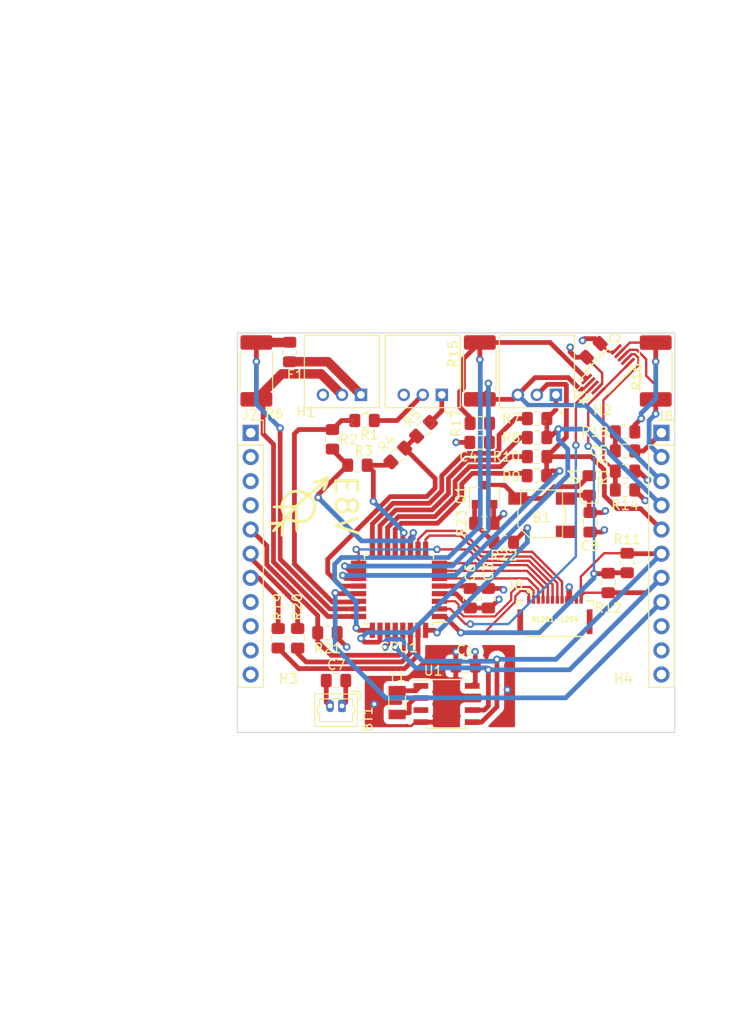
<source format=kicad_pcb>
(kicad_pcb (version 20171130) (host pcbnew "(5.1.6)-1")
  (layers (0 F.Cu signal) (1 In1.Cu signal hide) (2 In2.Cu signal hide) (31 B.Cu signal) (34 B.Paste user) (35 F.Paste user) (36 B.SilkS user) (37 F.SilkS user) (38 B.Mask user) (39 F.Mask user) (44 Edge.Cuts user))
  (net 0 "")
  (net 1 /PD3)
  (net 2 /PD2)
  (net 3 /ADC2)
  (net 4 /PB1)
  (net 5 /PB2)
  (net 6 /PB3)
  (net 7 /PB4)
  (net 8 "Net-(U1-Pad2)")
  (net 9 "Net-(U1-Pad1)")
  (net 10 /ADC3)
  (net 11 /D1)
  (net 12 /D0)
  (net 13 /RESET)
  (net 14 /SDA)
  (net 15 /SCL)
  (net 16 /ADC1)
  (net 17 /ADC0)
  (net 18 /ADC7)
  (net 19 /SWD)
  (net 20 /ADC6)
  (net 21 /PB0)
  (net 22 /VCC)
  (net 23 /PE4)
  (net 24 /PD4)
  (net 25 "Net-(F1-Pad1)")
  (net 26 /VCC_HALF)
  (net 27 "Net-(R16-Pad2)")
  (net 28 /GND)
  (net 29 "Net-(R13-Pad2)")
  (net 30 "Net-(U1-Pad3)")
  (net 31 /ADC10)
  (net 32 "Net-(J2-Pad2)")
  (net 33 /PD7)
  (net 34 /PD6)
  (net 35 /PD5)
  (net 36 /PB7)
  (net 37 /PB6)
  (net 38 /PE5)
  (net 39 "Net-(C4-Pad2)")
  (net 40 "Net-(C5-Pad2)")
  (net 41 "Net-(CPU1-Pad30)")
  (net 42 "Net-(CPU1-Pad31)")
  (net 43 "Net-(J2-Pad1)")
  (net 44 "Net-(J2-Pad3)")
  (net 45 "Net-(J3-Pad3)")
  (net 46 /DACout)
  (net 47 "Net-(J6-PadMP2)")
  (net 48 "Net-(J6-PadMP1)")
  (net 49 "Net-(B1-Pad2)")
  (net 50 "Net-(Q1-Pad1)")
  (net 51 "Net-(J8-Pad9)")
  (net 52 /PB5)
  (module Multimeter_Watch_Custom_Footprints:nouth_signature (layer F.Cu) (at 108.5 76.2)
    (fp_text reference G*** hide)
    (fp_text value LOGO hide)
  )
  (module Multimeter_Watch_Custom_Footprints:CMT-0502-75-SMT-TR (layer F.Cu) (at 134 77 180)
    (fp_text reference B1 (at 0 -0.4) (layer F.SilkS))
    (fp_text value CMT-0502-75-SMT-TR)
    (pad 1 smd rect (at -2.5 1.6 180) (size 2 1.3) (layers F.Cu F.Paste F.Mask) (net 22 /VCC))
    (pad 2 smd rect (at 2.5 1.6 180) (size 2 1.3) (layers F.Cu F.Paste F.Mask) (net 49 "Net-(B1-Pad2)"))
    (pad "" smd rect (at -3.5 -1.9 180) (size 2 1.3) (drill (offset 1 0)) (layers F.Cu F.Paste F.Mask))
  )
  (module Resistor_SMD:R_0805_2012Metric_Pad1.15x1.40mm_HandSolder (layer F.Cu) (at 127.975 78)
    (fp_text reference R23 (at -2.375 0 90) (layer F.SilkS))
    (fp_text value 100K)
    (pad 2 smd roundrect (at 1.025 0) (size 1.15 1.4) (layers F.Cu F.Paste F.Mask) (roundrect_rratio 0.217391) (net 28 /GND))
    (pad 1 smd roundrect (at -1.025 0) (size 1.15 1.4) (layers F.Cu F.Paste F.Mask) (roundrect_rratio 0.217391) (net 50 "Net-(Q1-Pad1)"))
  )
  (module Resistor_SMD:R_0805_2012Metric_Pad1.15x1.40mm_HandSolder (layer F.Cu) (at 130.025 80)
    (fp_text reference R22 (at 0 1.4) (layer F.SilkS))
    (fp_text value 10K)
    (pad 2 smd roundrect (at 1.025 0) (size 1.15 1.4) (layers F.Cu F.Paste F.Mask) (roundrect_rratio 0.217391) (net 2 /PD2))
    (pad 1 smd roundrect (at -1.025 0) (size 1.15 1.4) (layers F.Cu F.Paste F.Mask) (roundrect_rratio 0.217391) (net 50 "Net-(Q1-Pad1)"))
  )
  (module Package_TO_SOT_SMD:SOT-23 (layer F.Cu) (at 128 75 90)
    (fp_text reference Q1 (at 0 -2.5 90) (layer F.SilkS))
    (fp_text value "A03400A N-MOS")
    (pad 3 smd rect (at 1 0 90) (size 0.9 0.8) (layers F.Cu F.Paste F.Mask) (net 49 "Net-(B1-Pad2)"))
    (pad 2 smd rect (at -1 0.95 90) (size 0.9 0.8) (layers F.Cu F.Paste F.Mask) (net 28 /GND))
    (pad 1 smd rect (at -1 -0.95 90) (size 0.9 0.8) (layers F.Cu F.Paste F.Mask) (net 50 "Net-(Q1-Pad1)"))
  )
  (module Diode_SMD:D_0805_2012Metric_Pad1.15x1.40mm_HandSolder (layer F.Cu) (at 139 74.024999 90)
    (fp_text reference D1 (at 1.024999 -1.7 90) (layer F.SilkS))
    (fp_text value D_Schottky)
    (pad 2 smd roundrect (at 1.025 0 90) (size 1.15 1.4) (layers F.Cu F.Paste F.Mask) (roundrect_rratio 0.217391) (net 49 "Net-(B1-Pad2)"))
    (pad 1 smd roundrect (at -1.025 0 90) (size 1.15 1.4) (layers F.Cu F.Paste F.Mask) (roundrect_rratio 0.217391) (net 22 /VCC))
  )
  (module Capacitor_SMD:C_0805_2012Metric_Pad1.15x1.40mm_HandSolder (layer F.Cu) (at 139.1 77.9 270)
    (fp_text reference C8 (at 2.5 0 180) (layer F.SilkS))
    (fp_text value 100n)
    (pad 2 smd roundrect (at 1.025 0 270) (size 1.15 1.4) (layers F.Cu F.Paste F.Mask) (roundrect_rratio 0.217391) (net 28 /GND))
    (pad 1 smd roundrect (at -1.025 0 270) (size 1.15 1.4) (layers F.Cu F.Paste F.Mask) (roundrect_rratio 0.217391) (net 22 /VCC))
  )
  (module Resistor_SMD:R_0805_2012Metric_Pad1.15x1.40mm_HandSolder (layer F.Cu) (at 111.475001 89.5 180)
    (fp_text reference R21 (at 0 -1.65) (layer F.SilkS))
    (fp_text value 10k)
    (pad 2 smd roundrect (at 1.025 0 180) (size 1.15 1.4) (layers F.Cu F.Paste F.Mask) (roundrect_rratio 0.217391) (net 13 /RESET))
    (pad 1 smd roundrect (at -1.025 0 180) (size 1.15 1.4) (layers F.Cu F.Paste F.Mask) (roundrect_rratio 0.217391) (net 22 /VCC))
  )
  (module Crystal:Crystal_SMD_3215-2Pin_3.2x1.5mm (layer F.Cu) (at 118.8 96.85 270)
    (fp_text reference Y1 (at -2.75 0 180) (layer F.SilkS))
    (fp_text value 32kHz)
    (pad 2 smd rect (at -1.25 0 270) (size 1 1.8) (layers F.Cu F.Paste F.Mask) (net 9 "Net-(U1-Pad1)"))
    (pad 1 smd rect (at 1.25 0 270) (size 1 1.8) (layers F.Cu F.Paste F.Mask) (net 8 "Net-(U1-Pad2)"))
  )
  (module Package_SO:SOIC-8-N7_3.9x4.9mm_P1.27mm (layer F.Cu) (at 124 97)
    (fp_text reference U1 (at -1.4 -3.5) (layer F.SilkS))
    (fp_text value PCF85163-SO08)
    (pad 8 smd rect (at 2.7 -1.905) (size 1.55 0.6) (layers F.Cu F.Paste F.Mask) (net 22 /VCC))
    (pad 6 smd rect (at 2.7 0.635) (size 1.55 0.6) (layers F.Cu F.Paste F.Mask) (net 15 /SCL))
    (pad 5 smd rect (at 2.7 1.905) (size 1.55 0.6) (layers F.Cu F.Paste F.Mask) (net 14 /SDA))
    (pad 4 smd rect (at -2.7 1.905) (size 1.55 0.6) (layers F.Cu F.Paste F.Mask) (net 28 /GND))
    (pad 3 smd rect (at -2.7 0.635) (size 1.55 0.6) (layers F.Cu F.Paste F.Mask) (net 30 "Net-(U1-Pad3)"))
    (pad 2 smd rect (at -2.7 -0.635) (size 1.55 0.6) (layers F.Cu F.Paste F.Mask) (net 8 "Net-(U1-Pad2)"))
    (pad 1 smd rect (at -2.7 -1.905) (size 1.55 0.6) (layers F.Cu F.Paste F.Mask) (net 9 "Net-(U1-Pad1)"))
  )
  (module Resistor_SMD:R_0805_2012Metric_Pad1.15x1.40mm_HandSolder (layer F.Cu) (at 108.343503 90.091296 90)
    (fp_text reference R20 (at 3.291296 -0.043503 90) (layer F.SilkS))
    (fp_text value 1k)
    (pad 2 smd roundrect (at 1.025 0 90) (size 1.15 1.4) (layers F.Cu F.Paste F.Mask) (roundrect_rratio 0.217391) (net 12 /D0))
    (pad 1 smd roundrect (at -1.025 0 90) (size 1.15 1.4) (layers F.Cu F.Paste F.Mask) (roundrect_rratio 0.217391) (net 41 "Net-(CPU1-Pad30)"))
  )
  (module Resistor_SMD:R_0805_2012Metric_Pad1.15x1.40mm_HandSolder (layer F.Cu) (at 106.292893 90.090685 90)
    (fp_text reference R19 (at 3.290685 0.007107 90) (layer F.SilkS))
    (fp_text value 1k)
    (pad 2 smd roundrect (at 1.025 0 90) (size 1.15 1.4) (layers F.Cu F.Paste F.Mask) (roundrect_rratio 0.217391) (net 11 /D1))
    (pad 1 smd roundrect (at -1.025 0 90) (size 1.15 1.4) (layers F.Cu F.Paste F.Mask) (roundrect_rratio 0.217391) (net 42 "Net-(CPU1-Pad31)"))
  )
  (module Resistor_SMD:R_0805_2012Metric_Pad1.15x1.40mm_HandSolder (layer F.Cu) (at 142.775 68.4)
    (fp_text reference R18 (at -3.175 0) (layer F.SilkS))
    (fp_text value 200)
    (pad 2 smd roundrect (at 1.025 0) (size 1.15 1.4) (layers F.Cu F.Paste F.Mask) (roundrect_rratio 0.217391) (net 27 "Net-(R16-Pad2)"))
    (pad 1 smd roundrect (at -1.025 0) (size 1.15 1.4) (layers F.Cu F.Paste F.Mask) (roundrect_rratio 0.217391) (net 40 "Net-(C5-Pad2)"))
  )
  (module Resistor_SMD:R_0805_2012Metric_Pad1.15x1.40mm_HandSolder (layer F.Cu) (at 127.5 67.5 180)
    (fp_text reference R17 (at 2.5 0 270) (layer F.SilkS))
    (fp_text value 200)
    (pad 2 smd roundrect (at 1.025 0 180) (size 1.15 1.4) (layers F.Cu F.Paste F.Mask) (roundrect_rratio 0.217391) (net 3 /ADC2))
    (pad 1 smd roundrect (at -1.025 0 180) (size 1.15 1.4) (layers F.Cu F.Paste F.Mask) (roundrect_rratio 0.217391) (net 39 "Net-(C4-Pad2)"))
  )
  (module Resistor_SMD:R_0805_2012Metric_Pad1.15x1.40mm_HandSolder (layer F.Cu) (at 142.775 74.5)
    (fp_text reference R14 (at 0 1.6) (layer F.SilkS))
    (fp_text value 1M)
    (pad 2 smd roundrect (at 1.025 0) (size 1.15 1.4) (layers F.Cu F.Paste F.Mask) (roundrect_rratio 0.217391) (net 28 /GND))
    (pad 1 smd roundrect (at -1.025 0) (size 1.15 1.4) (layers F.Cu F.Paste F.Mask) (roundrect_rratio 0.217391) (net 29 "Net-(R13-Pad2)"))
  )
  (module Resistor_SMD:R_0805_2012Metric_Pad1.15x1.40mm_HandSolder (layer F.Cu) (at 142.775001 72.525 180)
    (fp_text reference R13 (at 2.375001 -0.075 90) (layer F.SilkS))
    (fp_text value 1M)
    (pad 2 smd roundrect (at 1.025 0 180) (size 1.15 1.4) (layers F.Cu F.Paste F.Mask) (roundrect_rratio 0.217391) (net 29 "Net-(R13-Pad2)"))
    (pad 1 smd roundrect (at -1.025 0 180) (size 1.15 1.4) (layers F.Cu F.Paste F.Mask) (roundrect_rratio 0.217391) (net 22 /VCC))
  )
  (module Resistor_SMD:R_0805_2012Metric_Pad1.15x1.40mm_HandSolder (layer F.Cu) (at 141 84.275001 270)
    (fp_text reference R12 (at 2.624999 0 180) (layer F.SilkS))
    (fp_text value 4k7)
    (pad 2 smd roundrect (at 1.025 0 270) (size 1.15 1.4) (layers F.Cu F.Paste F.Mask) (roundrect_rratio 0.217391) (net 14 /SDA))
    (pad 1 smd roundrect (at -1.025 0 270) (size 1.15 1.4) (layers F.Cu F.Paste F.Mask) (roundrect_rratio 0.217391) (net 1 /PD3))
  )
  (module Resistor_SMD:R_0805_2012Metric_Pad1.15x1.40mm_HandSolder (layer F.Cu) (at 143 82.175001 90)
    (fp_text reference R11 (at 2.475001 0 180) (layer F.SilkS))
    (fp_text value 4k7)
    (pad 2 smd roundrect (at 1.025 0 90) (size 1.15 1.4) (layers F.Cu F.Paste F.Mask) (roundrect_rratio 0.217391) (net 15 /SCL))
    (pad 1 smd roundrect (at -1.025 0 90) (size 1.15 1.4) (layers F.Cu F.Paste F.Mask) (roundrect_rratio 0.217391) (net 1 /PD3))
  )
  (module Resistor_SMD:R_0805_2012Metric_Pad1.15x1.40mm_HandSolder (layer F.Cu) (at 133.524999 71 180)
    (fp_text reference R10 (at 3.224999 0 180) (layer F.SilkS))
    (fp_text value 680)
    (pad 2 smd roundrect (at 1.025 0 180) (size 1.15 1.4) (layers F.Cu F.Paste F.Mask) (roundrect_rratio 0.217391) (net 5 /PB2))
    (pad 1 smd roundrect (at -1.025 0 180) (size 1.15 1.4) (layers F.Cu F.Paste F.Mask) (roundrect_rratio 0.217391) (net 20 /ADC6))
  )
  (module Resistor_SMD:R_0805_2012Metric_Pad1.15x1.40mm_HandSolder (layer F.Cu) (at 133.5 73 180)
    (fp_text reference R9 (at 2.7 -0.1) (layer F.SilkS))
    (fp_text value 470k)
    (pad 2 smd roundrect (at 1.025 0 180) (size 1.15 1.4) (layers F.Cu F.Paste F.Mask) (roundrect_rratio 0.217391) (net 4 /PB1))
    (pad 1 smd roundrect (at -1.025 0 180) (size 1.15 1.4) (layers F.Cu F.Paste F.Mask) (roundrect_rratio 0.217391) (net 20 /ADC6))
  )
  (module Resistor_SMD:R_0805_2012Metric_Pad1.15x1.40mm_HandSolder (layer F.Cu) (at 133.524999 69)
    (fp_text reference R8 (at -2.724999 0) (layer F.SilkS))
    (fp_text value 680)
    (pad 2 smd roundrect (at 1.025 0) (size 1.15 1.4) (layers F.Cu F.Paste F.Mask) (roundrect_rratio 0.217391) (net 10 /ADC3))
    (pad 1 smd roundrect (at -1.025 0) (size 1.15 1.4) (layers F.Cu F.Paste F.Mask) (roundrect_rratio 0.217391) (net 6 /PB3))
  )
  (module Resistor_SMD:R_0805_2012Metric_Pad1.15x1.40mm_HandSolder (layer F.Cu) (at 133.524999 67)
    (fp_text reference R7 (at -2.724999 0) (layer F.SilkS))
    (fp_text value 470k)
    (pad 2 smd roundrect (at 1.025 0) (size 1.15 1.4) (layers F.Cu F.Paste F.Mask) (roundrect_rratio 0.217391) (net 10 /ADC3))
    (pad 1 smd roundrect (at -1.025 0) (size 1.15 1.4) (layers F.Cu F.Paste F.Mask) (roundrect_rratio 0.217391) (net 7 /PB4))
  )
  (module Multimeter_Watch_Custom_Footprints:Molex-51281-1294-Manufacturer_Recommended (layer F.Cu) (at 135.4 87.2)
    (fp_text reference J6 (at -5.149999 -2.725002) (layer F.SilkS) (effects (justify left)))
    (fp_text value 51281-1294 (at 0 0.9) (layer F.SilkS) (effects (font (size 0.5 0.5) (thickness 0.125))))
    (pad MP2 smd rect (at 3.65 1.15) (size 0.599999 2.6) (layers F.Cu F.Paste F.Mask) (net 47 "Net-(J6-PadMP2)"))
    (pad MP1 smd rect (at -3.65 1.15) (size 0.599999 2.6) (layers F.Cu F.Paste F.Mask) (net 48 "Net-(J6-PadMP1)"))
    (pad 11 smd rect (at 2.250001 -1.15) (size 0.349999 0.800001) (layers F.Cu F.Paste F.Mask) (net 15 /SCL))
    (pad 10 smd rect (at 1.750002 -1.15) (size 0.349999 0.800001) (layers F.Cu F.Paste F.Mask) (net 28 /GND))
    (pad 9 smd rect (at 1.25 -1.15) (size 0.349999 0.800001) (layers F.Cu F.Paste F.Mask) (net 28 /GND))
    (pad 8 smd rect (at 0.750001 -1.15) (size 0.349999 0.800001) (layers F.Cu F.Paste F.Mask) (net 34 /PD6))
    (pad 7 smd rect (at 0.250002 -1.15) (size 0.349999 0.800001) (layers F.Cu F.Paste F.Mask) (net 35 /PD5))
    (pad 6 smd rect (at -0.249999 -1.15) (size 0.349999 0.800001) (layers F.Cu F.Paste F.Mask) (net 52 /PB5))
    (pad 5 smd rect (at -0.749999 -1.15) (size 0.349999 0.800001) (layers F.Cu F.Paste F.Mask) (net 36 /PB7))
    (pad 4 smd rect (at -1.25 -1.15) (size 0.349999 0.800001) (layers F.Cu F.Paste F.Mask) (net 37 /PB6))
    (pad 3 smd rect (at -1.749999 -1.15) (size 0.349999 0.800001) (layers F.Cu F.Paste F.Mask) (net 38 /PE5))
    (pad 2 smd rect (at -2.249998 -1.15) (size 0.349999 0.800001) (layers F.Cu F.Paste F.Mask) (net 23 /PE4))
    (pad 1 smd rect (at -2.75 -1.15) (size 0.349999 0.800001) (layers F.Cu F.Paste F.Mask) (net 1 /PD3))
    (pad 12 smd rect (at 2.75 -1.15) (size 0.349999 0.800001) (layers F.Cu F.Paste F.Mask) (net 14 /SDA))
  )
  (module Package_QFP:TQFP-32_7x7mm_P0.8mm (layer F.Cu) (at 119 85 180)
    (fp_text reference CPU1 (at 0 -6.05) (layer F.SilkS))
    (fp_text value LGT8F328P-QFP32L)
    (pad 32 smd rect (at -2.8 -4.25 270) (size 1.6 0.55) (layers F.Cu F.Paste F.Mask) (net 2 /PD2))
    (pad 31 smd rect (at -2 -4.25 270) (size 1.6 0.55) (layers F.Cu F.Paste F.Mask) (net 42 "Net-(CPU1-Pad31)"))
    (pad 30 smd rect (at -1.2 -4.25 270) (size 1.6 0.55) (layers F.Cu F.Paste F.Mask) (net 41 "Net-(CPU1-Pad30)"))
    (pad 29 smd rect (at -0.4 -4.25 270) (size 1.6 0.55) (layers F.Cu F.Paste F.Mask) (net 13 /RESET))
    (pad 28 smd rect (at 0.4 -4.25 270) (size 1.6 0.55) (layers F.Cu F.Paste F.Mask) (net 15 /SCL))
    (pad 27 smd rect (at 1.2 -4.25 270) (size 1.6 0.55) (layers F.Cu F.Paste F.Mask) (net 14 /SDA))
    (pad 26 smd rect (at 2 -4.25 270) (size 1.6 0.55) (layers F.Cu F.Paste F.Mask) (net 10 /ADC3))
    (pad 25 smd rect (at 2.8 -4.25 270) (size 1.6 0.55) (layers F.Cu F.Paste F.Mask) (net 3 /ADC2))
    (pad 24 smd rect (at 4.25 -2.8 180) (size 1.6 0.55) (layers F.Cu F.Paste F.Mask) (net 16 /ADC1))
    (pad 23 smd rect (at 4.25 -2 180) (size 1.6 0.55) (layers F.Cu F.Paste F.Mask) (net 17 /ADC0))
    (pad 22 smd rect (at 4.25 -1.2 180) (size 1.6 0.55) (layers F.Cu F.Paste F.Mask) (net 18 /ADC7))
    (pad 21 smd rect (at 4.25 -0.4 180) (size 1.6 0.55) (layers F.Cu F.Paste F.Mask) (net 19 /SWD))
    (pad 20 smd rect (at 4.25 0.4 180) (size 1.6 0.55) (layers F.Cu F.Paste F.Mask) (net 31 /ADC10))
    (pad 19 smd rect (at 4.25 1.2 180) (size 1.6 0.55) (layers F.Cu F.Paste F.Mask) (net 20 /ADC6))
    (pad 18 smd rect (at 4.25 2 180) (size 1.6 0.55) (layers F.Cu F.Paste F.Mask) (net 46 /DACout))
    (pad 17 smd rect (at 4.25 2.8 180) (size 1.6 0.55) (layers F.Cu F.Paste F.Mask) (net 52 /PB5))
    (pad 16 smd rect (at 2.8 4.25 270) (size 1.6 0.55) (layers F.Cu F.Paste F.Mask) (net 7 /PB4))
    (pad 15 smd rect (at 2 4.25 270) (size 1.6 0.55) (layers F.Cu F.Paste F.Mask) (net 6 /PB3))
    (pad 14 smd rect (at 1.2 4.25 270) (size 1.6 0.55) (layers F.Cu F.Paste F.Mask) (net 5 /PB2))
    (pad 13 smd rect (at 0.4 4.25 270) (size 1.6 0.55) (layers F.Cu F.Paste F.Mask) (net 4 /PB1))
    (pad 12 smd rect (at -0.4 4.25 270) (size 1.6 0.55) (layers F.Cu F.Paste F.Mask) (net 21 /PB0))
    (pad 11 smd rect (at -1.2 4.25 270) (size 1.6 0.55) (layers F.Cu F.Paste F.Mask) (net 33 /PD7))
    (pad 10 smd rect (at -2 4.25 270) (size 1.6 0.55) (layers F.Cu F.Paste F.Mask) (net 34 /PD6))
    (pad 9 smd rect (at -2.8 4.25 270) (size 1.6 0.55) (layers F.Cu F.Paste F.Mask) (net 35 /PD5))
    (pad 8 smd rect (at -4.25 2.8 180) (size 1.6 0.55) (layers F.Cu F.Paste F.Mask) (net 36 /PB7))
    (pad 7 smd rect (at -4.25 2 180) (size 1.6 0.55) (layers F.Cu F.Paste F.Mask) (net 37 /PB6))
    (pad 6 smd rect (at -4.25 1.2 180) (size 1.6 0.55) (layers F.Cu F.Paste F.Mask) (net 38 /PE5))
    (pad 5 smd rect (at -4.25 0.4 180) (size 1.6 0.55) (layers F.Cu F.Paste F.Mask) (net 28 /GND))
    (pad 4 smd rect (at -4.25 -0.4 180) (size 1.6 0.55) (layers F.Cu F.Paste F.Mask) (net 22 /VCC))
    (pad 3 smd rect (at -4.25 -1.2 180) (size 1.6 0.55) (layers F.Cu F.Paste F.Mask) (net 23 /PE4))
    (pad 2 smd rect (at -4.25 -2 180) (size 1.6 0.55) (layers F.Cu F.Paste F.Mask) (net 24 /PD4))
    (pad 1 smd rect (at -4.25 -2.8 180) (size 1.6 0.55) (layers F.Cu F.Paste F.Mask) (net 1 /PD3))
  )
  (module Capacitor_SMD:C_0805_2012Metric_Pad1.15x1.40mm_HandSolder (layer F.Cu) (at 112.375 94.53 180)
    (fp_text reference C7 (at -0.025 1.63) (layer F.SilkS))
    (fp_text value 10u)
    (pad 2 smd roundrect (at 1.025 0 180) (size 1.15 1.4) (layers F.Cu F.Paste F.Mask) (roundrect_rratio 0.217391) (net 28 /GND))
    (pad 1 smd roundrect (at -1.025 0 180) (size 1.15 1.4) (layers F.Cu F.Paste F.Mask) (roundrect_rratio 0.217391) (net 22 /VCC))
  )
  (module Capacitor_SMD:C_0805_2012Metric_Pad1.15x1.40mm_HandSolder (layer F.Cu) (at 126.49 85.88 90)
    (fp_text reference C6 (at 2.68 0.01 90) (layer F.SilkS))
    (fp_text value 10n)
    (pad 2 smd roundrect (at 1.025 0 90) (size 1.15 1.4) (layers F.Cu F.Paste F.Mask) (roundrect_rratio 0.217391) (net 28 /GND))
    (pad 1 smd roundrect (at -1.025 0 90) (size 1.15 1.4) (layers F.Cu F.Paste F.Mask) (roundrect_rratio 0.217391) (net 22 /VCC))
  )
  (module Capacitor_SMD:C_0805_2012Metric_Pad1.15x1.40mm_HandSolder (layer F.Cu) (at 142.775 70.4 180)
    (fp_text reference C5 (at 2.775 0) (layer F.SilkS))
    (fp_text value 47p)
    (pad 2 smd roundrect (at 1.025 0 180) (size 1.15 1.4) (layers F.Cu F.Paste F.Mask) (roundrect_rratio 0.217391) (net 40 "Net-(C5-Pad2)"))
    (pad 1 smd roundrect (at -1.025 0 180) (size 1.15 1.4) (layers F.Cu F.Paste F.Mask) (roundrect_rratio 0.217391) (net 28 /GND))
  )
  (module Capacitor_SMD:C_0805_2012Metric_Pad1.15x1.40mm_HandSolder (layer F.Cu) (at 127.475 69.5)
    (fp_text reference C4 (at -1.175 1.5) (layer F.SilkS))
    (fp_text value 47p)
    (pad 2 smd roundrect (at 1.025 0) (size 1.15 1.4) (layers F.Cu F.Paste F.Mask) (roundrect_rratio 0.217391) (net 39 "Net-(C4-Pad2)"))
    (pad 1 smd roundrect (at -1.025 0) (size 1.15 1.4) (layers F.Cu F.Paste F.Mask) (roundrect_rratio 0.217391) (net 28 /GND))
  )
  (module Capacitor_SMD:C_0805_2012Metric_Pad1.15x1.40mm_HandSolder (layer F.Cu) (at 128.39 85.88 90)
    (fp_text reference C3 (at 2.78 0.01 90) (layer F.SilkS))
    (fp_text value 100n)
    (pad 2 smd roundrect (at 1.025 0 90) (size 1.15 1.4) (layers F.Cu F.Paste F.Mask) (roundrect_rratio 0.217391) (net 28 /GND))
    (pad 1 smd roundrect (at -1.025 0 90) (size 1.15 1.4) (layers F.Cu F.Paste F.Mask) (roundrect_rratio 0.217391) (net 22 /VCC))
  )
  (module Capacitor_SMD:C_0805_2012Metric_Pad1.15x1.40mm_HandSolder (layer F.Cu) (at 139.424784 59.824784 225)
    (fp_text reference C2 (at -2.474874 -0.742768 180) (layer F.SilkS) (effects (font (size 0.7 0.7))))
    (fp_text value 100n)
    (pad 2 smd roundrect (at 1.025 0 225) (size 1.15 1.4) (layers F.Cu F.Paste F.Mask) (roundrect_rratio 0.217391) (net 28 /GND))
    (pad 1 smd roundrect (at -1.025 0 225) (size 1.15 1.4) (layers F.Cu F.Paste F.Mask) (roundrect_rratio 0.217391) (net 22 /VCC))
  )
  (module Capacitor_SMD:C_0805_2012Metric_Pad1.15x1.40mm_HandSolder (layer F.Cu) (at 126 93)
    (fp_text reference C1 (at 0 -1.65) (layer F.SilkS))
    (fp_text value 100n)
    (pad 2 smd roundrect (at 1.025 0) (size 1.15 1.4) (layers F.Cu F.Paste F.Mask) (roundrect_rratio 0.217391) (net 22 /VCC))
    (pad 1 smd roundrect (at -1.025 0) (size 1.15 1.4) (layers F.Cu F.Paste F.Mask) (roundrect_rratio 0.217391) (net 28 /GND))
  )
  (module Connector_PinSocket_2.54mm:PinSocket_1x11_P2.54mm_Vertical (layer F.Cu) (at 146.6 68.5)
    (fp_text reference J8 (at 0.4 -1.8) (layer F.SilkS))
    (fp_text value Conn_01x11_Female)
    (pad 11 thru_hole oval (at 0 25.4) (size 1.7 1.7) (drill 1) (layers *.Cu *.Mask) (net 28 /GND))
    (pad 10 thru_hole oval (at 0 22.86) (size 1.7 1.7) (drill 1) (layers *.Cu *.Mask) (net 22 /VCC))
    (pad 9 thru_hole oval (at 0 20.32) (size 1.7 1.7) (drill 1) (layers *.Cu *.Mask) (net 51 "Net-(J8-Pad9)"))
    (pad 8 thru_hole oval (at 0 17.78) (size 1.7 1.7) (drill 1) (layers *.Cu *.Mask) (net 19 /SWD))
    (pad 7 thru_hole oval (at 0 15.24) (size 1.7 1.7) (drill 1) (layers *.Cu *.Mask) (net 14 /SDA))
    (pad 6 thru_hole oval (at 0 12.7) (size 1.7 1.7) (drill 1) (layers *.Cu *.Mask) (net 15 /SCL))
    (pad 5 thru_hole oval (at 0 10.16) (size 1.7 1.7) (drill 1) (layers *.Cu *.Mask) (net 20 /ADC6))
    (pad 4 thru_hole oval (at 0 7.62) (size 1.7 1.7) (drill 1) (layers *.Cu *.Mask) (net 10 /ADC3))
    (pad 3 thru_hole oval (at 0 5.08) (size 1.7 1.7) (drill 1) (layers *.Cu *.Mask) (net 46 /DACout))
    (pad 2 thru_hole oval (at 0 2.54) (size 1.7 1.7) (drill 1) (layers *.Cu *.Mask) (net 26 /VCC_HALF))
    (pad 1 thru_hole rect (at 0 0) (size 1.7 1.7) (drill 1) (layers *.Cu *.Mask) (net 28 /GND))
  )
  (module Connector_PinSocket_2.54mm:PinSocket_1x11_P2.54mm_Vertical (layer F.Cu) (at 103.4 68.5)
    (fp_text reference J7 (at -0.1 -1.9) (layer F.SilkS))
    (fp_text value Conn_01x11_Female)
    (pad 11 thru_hole oval (at 0 25.4) (size 1.7 1.7) (drill 1) (layers *.Cu *.Mask) (net 28 /GND))
    (pad 10 thru_hole oval (at 0 22.86) (size 1.7 1.7) (drill 1) (layers *.Cu *.Mask) (net 28 /GND))
    (pad 9 thru_hole oval (at 0 20.32) (size 1.7 1.7) (drill 1) (layers *.Cu *.Mask) (net 28 /GND))
    (pad 8 thru_hole oval (at 0 17.78) (size 1.7 1.7) (drill 1) (layers *.Cu *.Mask) (net 28 /GND))
    (pad 7 thru_hole oval (at 0 15.24) (size 1.7 1.7) (drill 1) (layers *.Cu *.Mask) (net 11 /D1))
    (pad 6 thru_hole oval (at 0 12.7) (size 1.7 1.7) (drill 1) (layers *.Cu *.Mask) (net 12 /D0))
    (pad 5 thru_hole oval (at 0 10.16) (size 1.7 1.7) (drill 1) (layers *.Cu *.Mask) (net 13 /RESET))
    (pad 4 thru_hole oval (at 0 7.62) (size 1.7 1.7) (drill 1) (layers *.Cu *.Mask) (net 22 /VCC))
    (pad 3 thru_hole oval (at 0 5.08) (size 1.7 1.7) (drill 1) (layers *.Cu *.Mask) (net 22 /VCC))
    (pad 2 thru_hole oval (at 0 2.54) (size 1.7 1.7) (drill 1) (layers *.Cu *.Mask) (net 22 /VCC))
    (pad 1 thru_hole rect (at 0 0) (size 1.7 1.7) (drill 1) (layers *.Cu *.Mask) (net 22 /VCC))
  )
  (module MountingHole:MountingHole_2.1mm (layer F.Cu) (at 142.6 97.55)
    (fp_text reference H4 (at 0 -3.2) (layer F.SilkS))
    (fp_text value MountingHole)
    (pad "" np_thru_hole circle (at 0 0) (size 2.1 2.1) (drill 2.1) (layers *.Cu *.Mask))
  )
  (module MountingHole:MountingHole_2.1mm (layer F.Cu) (at 107.35 97.55)
    (fp_text reference H3 (at 0 -3.2) (layer F.SilkS))
    (fp_text value MountingHole)
    (pad "" np_thru_hole circle (at 0 0) (size 2.1 2.1) (drill 2.1) (layers *.Cu *.Mask))
  )
  (module MountingHole:MountingHole_2.1mm (layer F.Cu) (at 142.6 65)
    (fp_text reference H2 (at -2.2 1.1) (layer F.SilkS))
    (fp_text value MountingHole)
    (pad "" np_thru_hole circle (at 0 0) (size 2.1 2.1) (drill 2.1) (layers *.Cu *.Mask))
  )
  (module MountingHole:MountingHole_2.1mm (layer F.Cu) (at 107.35 65)
    (fp_text reference H1 (at 1.85 1.3) (layer F.SilkS))
    (fp_text value MountingHole)
    (pad "" np_thru_hole circle (at 0 0) (size 2.1 2.1) (drill 2.1) (layers *.Cu *.Mask))
  )
  (module "Multimeter_Watch_Custom_Footprints:JST_S3B-PH-K-S(LF)(SN)" (layer F.Cu) (at 115 64.5 180)
    (fp_text reference J3 (at 1.474225 -3.188995) (layer F.SilkS) (effects (font (size 1.000339 1.000339) (thickness 0.015))))
    (fp_text value "S3B-PH-K-S(LF)(SN)")
    (pad 1 thru_hole rect (at 0 0 180) (size 1.308 1.308) (drill 0.8) (layers *.Cu *.Mask) (net 25 "Net-(F1-Pad1)"))
    (pad 2 thru_hole circle (at 2 0 180) (size 1.308 1.308) (drill 0.8) (layers *.Cu *.Mask) (net 16 /ADC1))
    (pad 3 thru_hole circle (at 4 0 180) (size 1.308 1.308) (drill 0.8) (layers *.Cu *.Mask) (net 45 "Net-(J3-Pad3)"))
  )
  (module "Multimeter_Watch_Custom_Footprints:JST_S3B-PH-K-S(LF)(SN)" (layer F.Cu) (at 123.5 64.5 180)
    (fp_text reference J2 (at 1.474225 -3.188995) (layer F.SilkS) (effects (font (size 1.000339 1.000339) (thickness 0.015))))
    (fp_text value "S3B-PH-K-S(LF)(SN)")
    (pad 1 thru_hole rect (at 0 0 180) (size 1.308 1.308) (drill 0.8) (layers *.Cu *.Mask) (net 43 "Net-(J2-Pad1)"))
    (pad 2 thru_hole circle (at 2 0 180) (size 1.308 1.308) (drill 0.8) (layers *.Cu *.Mask) (net 32 "Net-(J2-Pad2)"))
    (pad 3 thru_hole circle (at 4 0 180) (size 1.308 1.308) (drill 0.8) (layers *.Cu *.Mask) (net 44 "Net-(J2-Pad3)"))
  )
  (module "Multimeter_Watch_Custom_Footprints:JST_S3B-PH-K-S(LF)(SN)" (layer F.Cu) (at 135.5 64.5 180)
    (fp_text reference J1 (at 1.474225 -3.188995) (layer F.SilkS) (effects (font (size 1.000339 1.000339) (thickness 0.015))))
    (fp_text value "S3B-PH-K-S(LF)(SN)")
    (pad 1 thru_hole rect (at 0 0 180) (size 1.308 1.308) (drill 0.8) (layers *.Cu *.Mask) (net 10 /ADC3))
    (pad 2 thru_hole circle (at 2 0 180) (size 1.308 1.308) (drill 0.8) (layers *.Cu *.Mask) (net 20 /ADC6))
    (pad 3 thru_hole circle (at 4 0 180) (size 1.308 1.308) (drill 0.8) (layers *.Cu *.Mask) (net 46 /DACout))
  )
  (module Package_SO:MSOP-10_3x3mm_P0.5mm (layer F.Cu) (at 141 62 45)
    (fp_text reference U2 (at -3.818377 -0.141421 135) (layer F.SilkS))
    (fp_text value AD8592)
    (pad 10 smd rect (at 2.2 -1 45) (size 1.4 0.3) (layers F.Cu F.Paste F.Mask) (net 22 /VCC))
    (pad 9 smd rect (at 2.2 -0.5 45) (size 1.4 0.3) (layers F.Cu F.Paste F.Mask) (net 27 "Net-(R16-Pad2)"))
    (pad 8 smd rect (at 2.2 0 45) (size 1.4 0.3) (layers F.Cu F.Paste F.Mask) (net 26 /VCC_HALF))
    (pad 7 smd rect (at 2.2 0.5 45) (size 1.4 0.3) (layers F.Cu F.Paste F.Mask) (net 29 "Net-(R13-Pad2)"))
    (pad 6 smd rect (at 2.2 1 45) (size 1.4 0.3) (layers F.Cu F.Paste F.Mask) (net 1 /PD3))
    (pad 5 smd rect (at -2.2 1 45) (size 1.4 0.3) (layers F.Cu F.Paste F.Mask) (net 1 /PD3))
    (pad 4 smd rect (at -2.2 0.5 45) (size 1.4 0.3) (layers F.Cu F.Paste F.Mask) (net 28 /GND))
    (pad 3 smd rect (at -2.2 0 45) (size 1.4 0.3) (layers F.Cu F.Paste F.Mask) (net 24 /PD4))
    (pad 2 smd rect (at -2.2 -0.5 45) (size 1.4 0.3) (layers F.Cu F.Paste F.Mask) (net 46 /DACout))
    (pad 1 smd rect (at -2.2 -1 45) (size 1.4 0.3) (layers F.Cu F.Paste F.Mask) (net 3 /ADC2))
  )
  (module Resistor_SMD:R_2512_6332Metric_Pad1.52x3.35mm_HandSolder (layer F.Cu) (at 146 62 90)
    (fp_text reference R16 (at -0.6 -2 90) (layer F.SilkS))
    (fp_text value 30)
    (pad 2 smd roundrect (at 2.9875 0 90) (size 1.525 3.35) (layers F.Cu F.Paste F.Mask) (roundrect_rratio 0.163934) (net 27 "Net-(R16-Pad2)"))
    (pad 1 smd roundrect (at -2.9875 0 90) (size 1.525 3.35) (layers F.Cu F.Paste F.Mask) (roundrect_rratio 0.163934) (net 26 /VCC_HALF))
  )
  (module Resistor_SMD:R_2512_6332Metric_Pad1.52x3.35mm_HandSolder (layer F.Cu) (at 127.5 61.9875 90)
    (fp_text reference R15 (at 1.7875 -2.8 90) (layer F.SilkS))
    (fp_text value 30)
    (pad 2 smd roundrect (at 2.9875 0 90) (size 1.525 3.35) (layers F.Cu F.Paste F.Mask) (roundrect_rratio 0.163934) (net 3 /ADC2))
    (pad 1 smd roundrect (at -2.9875 0 90) (size 1.525 3.35) (layers F.Cu F.Paste F.Mask) (roundrect_rratio 0.163934) (net 46 /DACout))
  )
  (module Resistor_SMD:R_2512_6332Metric_Pad1.52x3.35mm_HandSolder (layer F.Cu) (at 104 61.987501 270)
    (fp_text reference R6 (at 4.512499 -1.9 180) (layer F.SilkS))
    (fp_text value 100m)
    (pad 2 smd roundrect (at 2.9875 0 270) (size 1.525 3.35) (layers F.Cu F.Paste F.Mask) (roundrect_rratio 0.163934) (net 16 /ADC1))
    (pad 1 smd roundrect (at -2.9875 0 270) (size 1.525 3.35) (layers F.Cu F.Paste F.Mask) (roundrect_rratio 0.163934) (net 17 /ADC0))
  )
  (module Resistor_SMD:R_0805_2012Metric_Pad1.15x1.40mm_HandSolder (layer F.Cu) (at 121.575216 68.124784 45)
    (fp_text reference R5 (at 0 -1.65 45) (layer F.SilkS))
    (fp_text value 1M)
    (pad 2 smd roundrect (at 1.025 0 45) (size 1.15 1.4) (layers F.Cu F.Paste F.Mask) (roundrect_rratio 0.217391) (net 43 "Net-(J2-Pad1)"))
    (pad 1 smd roundrect (at -1.025 0 45) (size 1.15 1.4) (layers F.Cu F.Paste F.Mask) (roundrect_rratio 0.217391) (net 31 /ADC10))
  )
  (module Resistor_SMD:R_0805_2012Metric_Pad1.15x1.40mm_HandSolder (layer F.Cu) (at 118.875216 70.824784 45)
    (fp_text reference R4 (at 0 -1.65 45) (layer F.SilkS))
    (fp_text value 100k)
    (pad 2 smd roundrect (at 1.025 0 45) (size 1.15 1.4) (layers F.Cu F.Paste F.Mask) (roundrect_rratio 0.217391) (net 31 /ADC10))
    (pad 1 smd roundrect (at -1.025 0 45) (size 1.15 1.4) (layers F.Cu F.Paste F.Mask) (roundrect_rratio 0.217391) (net 21 /PB0))
  )
  (module Resistor_SMD:R_0805_2012Metric_Pad1.15x1.40mm_HandSolder (layer F.Cu) (at 114.625 71.9)
    (fp_text reference R3 (at 0.675 -1.5) (layer F.SilkS))
    (fp_text value 1.43M)
    (pad 2 smd roundrect (at 1.025 0) (size 1.15 1.4) (layers F.Cu F.Paste F.Mask) (roundrect_rratio 0.217391) (net 21 /PB0))
    (pad 1 smd roundrect (at -1.025 0) (size 1.15 1.4) (layers F.Cu F.Paste F.Mask) (roundrect_rratio 0.217391) (net 33 /PD7))
  )
  (module Resistor_SMD:R_0805_2012Metric_Pad1.15x1.40mm_HandSolder (layer F.Cu) (at 112 69.175 270)
    (fp_text reference R2 (at 0.025 -1.7 180) (layer F.SilkS))
    (fp_text value 100k)
    (pad 2 smd roundrect (at 1.025 0 270) (size 1.15 1.4) (layers F.Cu F.Paste F.Mask) (roundrect_rratio 0.217391) (net 33 /PD7))
    (pad 1 smd roundrect (at -1.025 0 270) (size 1.15 1.4) (layers F.Cu F.Paste F.Mask) (roundrect_rratio 0.217391) (net 18 /ADC7))
  )
  (module Resistor_SMD:R_0805_2012Metric_Pad1.15x1.40mm_HandSolder (layer F.Cu) (at 115.375 67.2 180)
    (fp_text reference R1 (at -0.525 -1.5) (layer F.SilkS))
    (fp_text value 1M)
    (pad 2 smd roundrect (at 1.025 0 180) (size 1.15 1.4) (layers F.Cu F.Paste F.Mask) (roundrect_rratio 0.217391) (net 18 /ADC7))
    (pad 1 smd roundrect (at -1.025 0 180) (size 1.15 1.4) (layers F.Cu F.Paste F.Mask) (roundrect_rratio 0.217391) (net 32 "Net-(J2-Pad2)"))
  )
  (module Fuse:Fuse_0805_2012Metric_Pad1.15x1.40mm_HandSolder (layer F.Cu) (at 107.5 60 90)
    (fp_text reference F1 (at -2.4 0.6 180) (layer F.SilkS))
    (fp_text value Fuse)
    (pad 2 smd roundrect (at 1.025 0 90) (size 1.15 1.4) (layers F.Cu F.Paste F.Mask) (roundrect_rratio 0.217391) (net 17 /ADC0))
    (pad 1 smd roundrect (at -1.025 0 90) (size 1.15 1.4) (layers F.Cu F.Paste F.Mask) (roundrect_rratio 0.217391) (net 25 "Net-(F1-Pad1)"))
  )
  (module Connector_Molex:Molex_PicoBlade_53047-0210_1x02_P1.25mm_Vertical (layer F.Cu) (at 113 97.2 180)
    (fp_text reference BT1 (at -2.7 -1.4 90) (layer F.SilkS))
    (fp_text value "Some Li-Po?")
    (pad 2 thru_hole oval (at 1.25 0 180) (size 0.8 1.3) (drill 0.5) (layers *.Cu *.Mask) (net 28 /GND))
    (pad 1 thru_hole roundrect (at 0 0 180) (size 0.8 1.3) (drill 0.5) (layers *.Cu *.Mask) (net 22 /VCC))
  )
  (gr_text E8V (at 113.4 76.1 270) (layer F.SilkS) (effects (font (size 2.3 2.3) (thickness 0.3))))
  (gr_line (start 148 58) (end 148 100) (layer Edge.Cuts) (width 0.1))
  (gr_line (start 102 58) (end 148 58) (layer Edge.Cuts) (width 0.1))
  (gr_line (start 102 100) (end 102 58) (layer Edge.Cuts) (width 0.1))
  (gr_line (start 148 100) (end 102 100) (layer Edge.Cuts) (width 0.1))
  (via (at 136.9 84.7) (size 0.8) (drill 0.4) (layers F.Cu B.Cu) (net 28))
  (segment (start 143.262742 61.151472) (end 140.151472 64.262742) (width 0.25) (layer F.Cu) (net 1))
  (via (at 125.5 89.5) (size 0.8) (drill 0.4) (layers F.Cu B.Cu) (net 1))
  (segment (start 123.25 87.8) (end 123.8 87.8) (width 0.5) (layer F.Cu) (net 1))
  (segment (start 123.8 87.8) (end 125.5 89.5) (width 0.5) (layer F.Cu) (net 1))
  (segment (start 132.65 86.05) (end 132.65 85.45) (width 0.23) (layer F.Cu) (net 1))
  (segment (start 132.65 85.45) (end 132.33001 85.13001) (width 0.23) (layer F.Cu) (net 1))
  (segment (start 131.76999 85.13001) (end 131.23001 85.66999) (width 0.23) (layer F.Cu) (net 1))
  (segment (start 132.33001 85.13001) (end 131.76999 85.13001) (width 0.23) (layer F.Cu) (net 1))
  (segment (start 127.977171 89.5) (end 125.5 89.5) (width 0.23) (layer F.Cu) (net 1))
  (segment (start 131.23001 86.247161) (end 127.977171 89.5) (width 0.23) (layer F.Cu) (net 1))
  (segment (start 131.23001 85.66999) (end 131.23001 86.247161) (width 0.23) (layer F.Cu) (net 1))
  (segment (start 141.05 83.200001) (end 141 83.250001) (width 0.5) (layer F.Cu) (net 1))
  (segment (start 143 83.200001) (end 141.05 83.200001) (width 0.5) (layer F.Cu) (net 1))
  (via (at 139.5 83.3) (size 0.8) (drill 0.4) (layers F.Cu B.Cu) (net 1))
  (segment (start 139.5 83.758002) (end 139.5 83.3) (width 0.5) (layer B.Cu) (net 1))
  (segment (start 125.5 89.5) (end 133.758002 89.5) (width 0.5) (layer B.Cu) (net 1))
  (segment (start 133.758002 89.5) (end 139.5 83.758002) (width 0.5) (layer B.Cu) (net 1))
  (segment (start 140.950001 83.3) (end 141 83.250001) (width 0.5) (layer F.Cu) (net 1))
  (segment (start 139.5 83.3) (end 140.950001 83.3) (width 0.5) (layer F.Cu) (net 1))
  (via (at 138.9 69.9) (size 0.8) (drill 0.4) (layers F.Cu B.Cu) (net 1))
  (segment (start 139.5 83.3) (end 139.5 70.5) (width 0.25) (layer B.Cu) (net 1))
  (segment (start 139.5 70.5) (end 138.9 69.9) (width 0.25) (layer B.Cu) (net 1))
  (segment (start 138.9 65.514214) (end 140.151472 64.262742) (width 0.25) (layer F.Cu) (net 1))
  (segment (start 138.9 69.9) (end 138.9 65.514214) (width 0.25) (layer F.Cu) (net 1))
  (via (at 123 89.5) (size 0.8) (drill 0.4) (layers F.Cu B.Cu) (net 2))
  (segment (start 121.8 89.25) (end 122.75 89.25) (width 0.5) (layer F.Cu) (net 2))
  (segment (start 122.75 89.25) (end 123 89.5) (width 0.5) (layer F.Cu) (net 2))
  (via (at 132.5 78.5) (size 0.8) (drill 0.4) (layers F.Cu B.Cu) (net 2))
  (segment (start 123 89.5) (end 132.5 80) (width 0.5) (layer B.Cu) (net 2))
  (segment (start 132.5 80) (end 132.5 78.5) (width 0.5) (layer B.Cu) (net 2))
  (segment (start 132.5 78.55) (end 131.05 80) (width 0.5) (layer F.Cu) (net 2))
  (segment (start 132.5 78.5) (end 132.5 78.55) (width 0.5) (layer F.Cu) (net 2))
  (via (at 114.5 80.75) (size 0.8) (drill 0.4) (layers F.Cu B.Cu) (net 52))
  (segment (start 114.75 82.2) (end 114.75 81) (width 0.25) (layer F.Cu) (net 52))
  (segment (start 114.75 81) (end 114.5 80.75) (width 0.25) (layer F.Cu) (net 52))
  (via (at 123 80.75) (size 0.8) (drill 0.4) (layers F.Cu B.Cu) (net 52))
  (segment (start 114.5 80.75) (end 123 80.75) (width 0.25) (layer B.Cu) (net 52))
  (segment (start 135.150001 85.849999) (end 135.160002 85.839998) (width 0.23) (layer F.Cu) (net 52))
  (segment (start 135.150001 86.05) (end 135.150001 85.849999) (width 0.23) (layer F.Cu) (net 52))
  (segment (start 135.160002 85.839998) (end 135.160002 85.5) (width 0.23) (layer F.Cu) (net 52))
  (segment (start 126.27718 80.75) (end 127.47719 81.95001) (width 0.25) (layer F.Cu) (net 52))
  (segment (start 123 80.75) (end 126.27718 80.75) (width 0.25) (layer F.Cu) (net 52))
  (segment (start 127.47719 81.95001) (end 132.67719 81.95001) (width 0.25) (layer F.Cu) (net 52))
  (segment (start 135.150001 84.422821) (end 135.150001 86.05) (width 0.25) (layer F.Cu) (net 52))
  (segment (start 132.67719 81.95001) (end 135.150001 84.422821) (width 0.25) (layer F.Cu) (net 52))
  (segment (start 134.88873 59) (end 138.66654 62.77781) (width 0.5) (layer F.Cu) (net 3))
  (segment (start 127.5 59) (end 134.88873 59) (width 0.5) (layer F.Cu) (net 3))
  (via (at 114.5 89) (size 0.8) (drill 0.4) (layers F.Cu B.Cu) (net 3))
  (segment (start 116.2 89.25) (end 114.75 89.25) (width 0.5) (layer F.Cu) (net 3))
  (segment (start 114.75 89.25) (end 114.5 89) (width 0.5) (layer F.Cu) (net 3))
  (segment (start 112.228587 82.313411) (end 112.941998 81.6) (width 0.5) (layer B.Cu) (net 3))
  (segment (start 112.228587 83.998154) (end 112.228587 82.313411) (width 0.5) (layer B.Cu) (net 3))
  (segment (start 114.5 89) (end 114.5 86.269567) (width 0.5) (layer B.Cu) (net 3))
  (segment (start 114.5 86.269567) (end 112.228587 83.998154) (width 0.5) (layer B.Cu) (net 3))
  (segment (start 112.941998 81.6) (end 124.2 81.6) (width 0.5) (layer B.Cu) (net 3))
  (via (at 127.5 60.8) (size 0.8) (drill 0.4) (layers F.Cu B.Cu) (net 3))
  (segment (start 127.549999 60.849999) (end 127.5 60.8) (width 0.5) (layer B.Cu) (net 3))
  (segment (start 124.2 81.6) (end 127.549999 78.250001) (width 0.5) (layer B.Cu) (net 3))
  (segment (start 127.549999 78.250001) (end 127.549999 60.849999) (width 0.5) (layer B.Cu) (net 3))
  (segment (start 127.5 60.8) (end 127.5 59) (width 0.5) (layer F.Cu) (net 3))
  (segment (start 126.475 67.5) (end 126.475 66.877466) (width 0.5) (layer F.Cu) (net 3))
  (segment (start 125.37499 64.172544) (end 125.785044 63.76249) (width 0.5) (layer F.Cu) (net 3))
  (segment (start 126.475 66.877466) (end 125.37499 65.777456) (width 0.5) (layer F.Cu) (net 3))
  (segment (start 125.37499 65.777456) (end 125.37499 64.172544) (width 0.5) (layer F.Cu) (net 3))
  (segment (start 125.785044 60.714956) (end 127.5 59) (width 0.5) (layer F.Cu) (net 3))
  (segment (start 125.785044 63.76249) (end 125.785044 60.714956) (width 0.5) (layer F.Cu) (net 3))
  (segment (start 118.6 78.641998) (end 119.241998 78) (width 0.5) (layer F.Cu) (net 4))
  (segment (start 118.6 80.75) (end 118.6 78.641998) (width 0.5) (layer F.Cu) (net 4))
  (segment (start 123.059852 78) (end 125.60003 75.459822) (width 0.5) (layer F.Cu) (net 4))
  (segment (start 119.241998 78) (end 123.059852 78) (width 0.5) (layer F.Cu) (net 4))
  (segment (start 125.60003 75.459822) (end 125.60003 73.869856) (width 0.5) (layer F.Cu) (net 4))
  (segment (start 132.22504 72.75004) (end 132.475 73) (width 0.5) (layer F.Cu) (net 4))
  (segment (start 126.719846 72.75004) (end 132.22504 72.75004) (width 0.5) (layer F.Cu) (net 4))
  (segment (start 125.60003 73.869856) (end 126.719846 72.75004) (width 0.5) (layer F.Cu) (net 4))
  (segment (start 129.694862 72.05003) (end 130.744891 71) (width 0.5) (layer F.Cu) (net 5))
  (segment (start 130.744891 71) (end 132.499999 71) (width 0.5) (layer F.Cu) (net 5))
  (segment (start 126.429894 72.05003) (end 129.694862 72.05003) (width 0.5) (layer F.Cu) (net 5))
  (segment (start 117.8 80.75) (end 117.8 78.452035) (width 0.5) (layer F.Cu) (net 5))
  (segment (start 117.8 78.452035) (end 118.952045 77.29999) (width 0.5) (layer F.Cu) (net 5))
  (segment (start 124.90002 75.169869) (end 124.90002 73.579904) (width 0.5) (layer F.Cu) (net 5))
  (segment (start 124.90002 73.579904) (end 126.429894 72.05003) (width 0.5) (layer F.Cu) (net 5))
  (segment (start 118.952045 77.29999) (end 122.769899 77.29999) (width 0.5) (layer F.Cu) (net 5))
  (segment (start 122.769899 77.29999) (end 124.90002 75.169869) (width 0.5) (layer F.Cu) (net 5))
  (segment (start 132.499999 69.235034) (end 132.499999 69) (width 0.5) (layer F.Cu) (net 6))
  (segment (start 118.662092 76.59998) (end 117 78.262072) (width 0.5) (layer F.Cu) (net 6))
  (segment (start 117 78.262072) (end 117 80.75) (width 0.5) (layer F.Cu) (net 6))
  (segment (start 122.479946 76.59998) (end 118.662092 76.59998) (width 0.5) (layer F.Cu) (net 6))
  (segment (start 131.754929 69) (end 129.404909 71.35002) (width 0.5) (layer F.Cu) (net 6))
  (segment (start 124.20001 74.879916) (end 122.479946 76.59998) (width 0.5) (layer F.Cu) (net 6))
  (segment (start 132.499999 69) (end 131.754929 69) (width 0.5) (layer F.Cu) (net 6))
  (segment (start 129.404909 71.35002) (end 126.139942 71.35002) (width 0.5) (layer F.Cu) (net 6))
  (segment (start 126.139942 71.35002) (end 124.20001 73.289952) (width 0.5) (layer F.Cu) (net 6))
  (segment (start 124.20001 73.289952) (end 124.20001 74.879916) (width 0.5) (layer F.Cu) (net 6))
  (segment (start 116.2 78.072109) (end 118.372139 75.89997) (width 0.5) (layer F.Cu) (net 7))
  (segment (start 116.2 80.75) (end 116.2 78.072109) (width 0.5) (layer F.Cu) (net 7))
  (segment (start 122.189993 75.89997) (end 123.5 74.589963) (width 0.5) (layer F.Cu) (net 7))
  (segment (start 118.372139 75.89997) (end 122.189993 75.89997) (width 0.5) (layer F.Cu) (net 7))
  (segment (start 123.5 74.589963) (end 123.5 73) (width 0.5) (layer F.Cu) (net 7))
  (segment (start 129.52501 70.239956) (end 129.52501 68.72501) (width 0.5) (layer F.Cu) (net 7))
  (segment (start 129.114956 70.65001) (end 129.52501 70.239956) (width 0.5) (layer F.Cu) (net 7))
  (segment (start 123.5 73) (end 125.84999 70.65001) (width 0.5) (layer F.Cu) (net 7))
  (segment (start 125.84999 70.65001) (end 129.114956 70.65001) (width 0.5) (layer F.Cu) (net 7))
  (segment (start 131.25002 67) (end 132.499999 67) (width 0.5) (layer F.Cu) (net 7))
  (segment (start 129.52501 68.72501) (end 131.25002 67) (width 0.5) (layer F.Cu) (net 7))
  (segment (start 120.684998 96.365) (end 120.074999 96.974999) (width 0.5) (layer F.Cu) (net 8))
  (segment (start 121.3 96.365) (end 120.684998 96.365) (width 0.5) (layer F.Cu) (net 8))
  (segment (start 120.074999 96.974999) (end 120.074999 97.925001) (width 0.5) (layer F.Cu) (net 8))
  (segment (start 118.974999 97.925001) (end 118.8 98.1) (width 0.5) (layer F.Cu) (net 8))
  (segment (start 120.074999 97.925001) (end 118.974999 97.925001) (width 0.5) (layer F.Cu) (net 8))
  (segment (start 120.795 95.6) (end 121.3 95.095) (width 0.5) (layer F.Cu) (net 9))
  (segment (start 118.8 95.6) (end 120.795 95.6) (width 0.5) (layer F.Cu) (net 9))
  (segment (start 135.5 66.049999) (end 134.549999 67) (width 0.5) (layer F.Cu) (net 10))
  (segment (start 135.5 64.5) (end 135.5 66.049999) (width 0.5) (layer F.Cu) (net 10))
  (segment (start 134.549999 67) (end 134.549999 69) (width 0.5) (layer F.Cu) (net 10))
  (segment (start 115.400001 90.500001) (end 115 90.1) (width 0.5) (layer F.Cu) (net 10))
  (segment (start 117 89.25) (end 117 90.335002) (width 0.5) (layer F.Cu) (net 10))
  (via (at 115 90.1) (size 0.8) (drill 0.4) (layers F.Cu B.Cu) (net 10))
  (segment (start 116.835001 90.500001) (end 115.400001 90.500001) (width 0.5) (layer F.Cu) (net 10))
  (segment (start 117 90.335002) (end 116.835001 90.500001) (width 0.5) (layer F.Cu) (net 10))
  (via (at 135.754001 68.1) (size 0.8) (drill 0.4) (layers F.Cu B.Cu) (net 10))
  (segment (start 134.549999 69) (end 134.854001 69) (width 0.5) (layer F.Cu) (net 10))
  (segment (start 134.854001 69) (end 135.754001 68.1) (width 0.5) (layer F.Cu) (net 10))
  (segment (start 138.58 68.1) (end 146.6 76.12) (width 0.5) (layer B.Cu) (net 10))
  (segment (start 135.754001 68.1) (end 138.58 68.1) (width 0.5) (layer B.Cu) (net 10))
  (segment (start 135.754001 69.212003) (end 135.754001 68.1) (width 0.5) (layer B.Cu) (net 10))
  (segment (start 115 90.1) (end 115.620491 89.479509) (width 0.5) (layer B.Cu) (net 10))
  (segment (start 115.620491 89.479509) (end 120.262489 89.479509) (width 0.5) (layer B.Cu) (net 10))
  (segment (start 120.262489 89.479509) (end 136.750001 72.991997) (width 0.5) (layer B.Cu) (net 10))
  (segment (start 136.750001 72.991997) (end 136.750001 70.208003) (width 0.5) (layer B.Cu) (net 10))
  (segment (start 136.750001 70.208003) (end 135.754001 69.212003) (width 0.5) (layer B.Cu) (net 10))
  (segment (start 104.24 83.74) (end 103.4 83.74) (width 0.5) (layer F.Cu) (net 11))
  (segment (start 106.292893 89.065685) (end 106.292893 85.792893) (width 0.5) (layer F.Cu) (net 11))
  (segment (start 106.292893 85.792893) (end 104.24 83.74) (width 0.5) (layer F.Cu) (net 11))
  (segment (start 108.343503 89.066296) (end 108.343503 86.588924) (width 0.5) (layer F.Cu) (net 12))
  (segment (start 103.4 81.645421) (end 103.4 81.2) (width 0.5) (layer F.Cu) (net 12))
  (segment (start 108.343503 86.588924) (end 103.4 81.645421) (width 0.5) (layer F.Cu) (net 12))
  (segment (start 119.006113 91.879521) (end 111.879521 91.879521) (width 0.5) (layer F.Cu) (net 13))
  (segment (start 119.448113 91.437521) (end 119.006113 91.879521) (width 0.5) (layer F.Cu) (net 13))
  (segment (start 119.448113 90.383115) (end 119.448113 91.437521) (width 0.5) (layer F.Cu) (net 13))
  (segment (start 119.4 89.25) (end 119.4 90.335002) (width 0.5) (layer F.Cu) (net 13))
  (segment (start 119.4 90.335002) (end 119.448113 90.383115) (width 0.5) (layer F.Cu) (net 13))
  (segment (start 110.450001 90.450001) (end 110.450001 89.5) (width 0.5) (layer F.Cu) (net 13))
  (segment (start 111.879521 91.879521) (end 110.450001 90.450001) (width 0.5) (layer F.Cu) (net 13))
  (segment (start 110.450001 89.5) (end 110.450001 87.705459) (width 0.5) (layer F.Cu) (net 13))
  (segment (start 110.450001 87.705459) (end 105.09998 82.355439) (width 0.5) (layer F.Cu) (net 13))
  (segment (start 105.09998 80.35998) (end 103.4 78.66) (width 0.5) (layer F.Cu) (net 13))
  (segment (start 105.09998 82.355439) (end 105.09998 80.35998) (width 0.5) (layer F.Cu) (net 13))
  (via (at 117.516823 91.020261) (size 0.8) (drill 0.4) (layers F.Cu B.Cu) (net 14))
  (segment (start 117.8 89.25) (end 117.8 90.737084) (width 0.5) (layer F.Cu) (net 14))
  (segment (start 117.8 90.737084) (end 117.516823 91.020261) (width 0.5) (layer F.Cu) (net 14))
  (segment (start 117.79188 90.179519) (end 119.179519 90.179519) (width 0.5) (layer B.Cu) (net 14))
  (segment (start 117.516823 91.020261) (end 117.516823 90.454576) (width 0.5) (layer B.Cu) (net 14))
  (segment (start 117.516823 90.454576) (end 117.79188 90.179519) (width 0.5) (layer B.Cu) (net 14))
  (segment (start 119.179519 90.179519) (end 121.5 92.5) (width 0.5) (layer B.Cu) (net 14))
  (segment (start 121.5 92.5) (end 126.5 92.5) (width 0.5) (layer B.Cu) (net 14))
  (via (at 129.3 92.3) (size 0.8) (drill 0.4) (layers F.Cu B.Cu) (net 14))
  (segment (start 126.5 92.5) (end 129.1 92.5) (width 0.5) (layer B.Cu) (net 14))
  (segment (start 129.1 92.5) (end 129.3 92.3) (width 0.5) (layer B.Cu) (net 14))
  (segment (start 127.684962 98.905) (end 126.7 98.905) (width 0.5) (layer F.Cu) (net 14))
  (segment (start 129.3 97.289962) (end 127.684962 98.905) (width 0.5) (layer F.Cu) (net 14))
  (segment (start 129.3 92.3) (end 129.3 97.289962) (width 0.5) (layer F.Cu) (net 14))
  (segment (start 135.5 92.3) (end 146.6 81.2) (width 0.5) (layer B.Cu) (net 14))
  (segment (start 129.3 92.3) (end 135.5 92.3) (width 0.5) (layer B.Cu) (net 14))
  (segment (start 145.039999 85.300001) (end 141 85.300001) (width 0.5) (layer F.Cu) (net 14))
  (segment (start 146.6 83.74) (end 145.039999 85.300001) (width 0.5) (layer F.Cu) (net 14))
  (segment (start 141 85.300001) (end 138.499999 85.300001) (width 0.25) (layer F.Cu) (net 14))
  (segment (start 138.150002 85.649998) (end 138.150002 86.05) (width 0.25) (layer F.Cu) (net 14))
  (segment (start 138.499999 85.300001) (end 138.150002 85.649998) (width 0.25) (layer F.Cu) (net 14))
  (segment (start 118.6 89.25) (end 118.6 91.027632) (width 0.5) (layer F.Cu) (net 15))
  (via (at 118.598112 91.02952) (size 0.8) (drill 0.4) (layers F.Cu B.Cu) (net 15))
  (segment (start 118.6 91.027632) (end 118.598112 91.02952) (width 0.5) (layer F.Cu) (net 15))
  (segment (start 118.598112 91.02952) (end 120.768602 93.20001) (width 0.5) (layer B.Cu) (net 15))
  (segment (start 120.768602 93.20001) (end 121.210047 93.20001) (width 0.5) (layer B.Cu) (net 15))
  (via (at 128.4 93.4) (size 0.8) (drill 0.4) (layers F.Cu B.Cu) (net 15))
  (segment (start 121.210047 93.20001) (end 128.20001 93.20001) (width 0.5) (layer B.Cu) (net 15))
  (segment (start 128.20001 93.20001) (end 128.4 93.4) (width 0.5) (layer B.Cu) (net 15))
  (segment (start 127.965 97.635) (end 126.7 97.635) (width 0.5) (layer F.Cu) (net 15))
  (segment (start 128.4 93.4) (end 128.4 97.2) (width 0.5) (layer F.Cu) (net 15))
  (segment (start 128.4 97.2) (end 127.965 97.635) (width 0.5) (layer F.Cu) (net 15))
  (segment (start 136.94 93.4) (end 146.6 83.74) (width 0.5) (layer B.Cu) (net 15))
  (segment (start 128.4 93.4) (end 136.94 93.4) (width 0.5) (layer B.Cu) (net 15))
  (segment (start 143.049999 81.2) (end 143 81.150001) (width 0.5) (layer F.Cu) (net 15))
  (segment (start 146.6 81.2) (end 143.049999 81.2) (width 0.5) (layer F.Cu) (net 15))
  (segment (start 138.125001 84.948001) (end 137.650003 85.422999) (width 0.25) (layer F.Cu) (net 15))
  (segment (start 138.125001 83.601997) (end 138.125001 84.948001) (width 0.25) (layer F.Cu) (net 15))
  (segment (start 143 81.150001) (end 140.576997 81.150001) (width 0.25) (layer F.Cu) (net 15))
  (segment (start 140.576997 81.150001) (end 138.125001 83.601997) (width 0.25) (layer F.Cu) (net 15))
  (segment (start 137.650001 85.449999) (end 137.650001 86.05) (width 0.23) (layer F.Cu) (net 15))
  (segment (start 137.650003 85.449997) (end 137.650001 85.449999) (width 0.23) (layer F.Cu) (net 15))
  (segment (start 137.650003 85.422999) (end 137.650003 85.449997) (width 0.23) (layer F.Cu) (net 15))
  (segment (start 106.674991 62.30001) (end 104 64.975001) (width 1) (layer F.Cu) (net 16))
  (segment (start 110.80001 62.30001) (end 106.674991 62.30001) (width 1) (layer F.Cu) (net 16))
  (segment (start 113 64.5) (end 110.80001 62.30001) (width 1) (layer F.Cu) (net 16))
  (segment (start 104.700001 65.675002) (end 104 64.975001) (width 0.5) (layer F.Cu) (net 16))
  (segment (start 111.534505 87.8) (end 105.79999 82.065486) (width 0.5) (layer F.Cu) (net 16))
  (segment (start 105.79999 82.065486) (end 105.79999 69.70001) (width 0.5) (layer F.Cu) (net 16))
  (segment (start 105.79999 69.70001) (end 104.700001 68.600021) (width 0.5) (layer F.Cu) (net 16))
  (segment (start 114.75 87.8) (end 111.534505 87.8) (width 0.5) (layer F.Cu) (net 16))
  (segment (start 104.700001 68.600021) (end 104.700001 65.675002) (width 0.5) (layer F.Cu) (net 16))
  (segment (start 107.474999 59.000001) (end 107.5 58.975) (width 1) (layer F.Cu) (net 17))
  (segment (start 104 59.000001) (end 107.474999 59.000001) (width 1) (layer F.Cu) (net 17))
  (via (at 104 61) (size 0.8) (drill 0.4) (layers F.Cu B.Cu) (net 17))
  (segment (start 104 59.000001) (end 104 61) (width 0.5) (layer F.Cu) (net 17))
  (via (at 106.5 68) (size 0.8) (drill 0.4) (layers F.Cu B.Cu) (net 17))
  (segment (start 104 61) (end 104 65.5) (width 0.5) (layer B.Cu) (net 17))
  (segment (start 104 65.5) (end 106.5 68) (width 0.5) (layer B.Cu) (net 17))
  (segment (start 106.5 72.510037) (end 106.5 68) (width 0.5) (layer F.Cu) (net 17))
  (segment (start 106.5 81.775533) (end 106.5 72.510037) (width 0.5) (layer F.Cu) (net 17))
  (segment (start 111.724467 87) (end 106.5 81.775533) (width 0.5) (layer F.Cu) (net 17))
  (segment (start 114.75 87) (end 111.724467 87) (width 0.5) (layer F.Cu) (net 17))
  (segment (start 114.75 86.25) (end 114.725001 86.274999) (width 0.5) (layer F.Cu) (net 18))
  (segment (start 114.75 86.2) (end 114.75 86.25) (width 0.5) (layer F.Cu) (net 18))
  (segment (start 114.725001 86.274999) (end 111.989428 86.274999) (width 0.5) (layer F.Cu) (net 18))
  (segment (start 108 82.285571) (end 108 68.6) (width 0.5) (layer F.Cu) (net 18))
  (segment (start 111.989428 86.274999) (end 108 82.285571) (width 0.5) (layer F.Cu) (net 18))
  (segment (start 112.95 67.2) (end 112 68.15) (width 0.5) (layer F.Cu) (net 18))
  (segment (start 114.35 67.2) (end 112.95 67.2) (width 0.5) (layer F.Cu) (net 18))
  (segment (start 108.45 68.15) (end 108 68.6) (width 0.5) (layer F.Cu) (net 18))
  (segment (start 112 68.15) (end 108.45 68.15) (width 0.5) (layer F.Cu) (net 18))
  (segment (start 114.75 85.4) (end 112.372431 85.4) (width 0.5) (layer F.Cu) (net 19))
  (via (at 112.291515 85.319084) (size 0.8) (drill 0.4) (layers F.Cu B.Cu) (net 19))
  (segment (start 112.372431 85.4) (end 112.291515 85.319084) (width 0.5) (layer F.Cu) (net 19))
  (segment (start 136.529999 96.350001) (end 146.6 86.28) (width 0.5) (layer B.Cu) (net 19))
  (segment (start 117.591999 96.350001) (end 136.529999 96.350001) (width 0.5) (layer B.Cu) (net 19))
  (segment (start 112.291515 85.319084) (end 112.291515 91.049517) (width 0.5) (layer B.Cu) (net 19))
  (segment (start 112.291515 91.049517) (end 117.591999 96.350001) (width 0.5) (layer B.Cu) (net 19))
  (segment (start 136.604001 68.945998) (end 134.549999 71) (width 0.5) (layer F.Cu) (net 20))
  (segment (start 136.604001 63.485999) (end 136.604001 68.945998) (width 0.5) (layer F.Cu) (net 20))
  (segment (start 134.604001 63.395999) (end 136.514001 63.395999) (width 0.5) (layer F.Cu) (net 20))
  (segment (start 136.514001 63.395999) (end 136.604001 63.485999) (width 0.5) (layer F.Cu) (net 20))
  (segment (start 133.5 64.5) (end 134.604001 63.395999) (width 0.5) (layer F.Cu) (net 20))
  (segment (start 134.549999 72.975001) (end 134.525 73) (width 0.5) (layer F.Cu) (net 20))
  (via (at 113.078588 83.480671) (size 0.8) (drill 0.4) (layers F.Cu B.Cu) (net 20))
  (segment (start 114.75 83.8) (end 113.397917 83.8) (width 0.5) (layer F.Cu) (net 20))
  (segment (start 113.397917 83.8) (end 113.078588 83.480671) (width 0.5) (layer F.Cu) (net 20))
  (segment (start 124.919329 83.480671) (end 113.078588 83.480671) (width 0.5) (layer B.Cu) (net 20))
  (segment (start 133.6 74.8) (end 124.919329 83.480671) (width 0.5) (layer B.Cu) (net 20))
  (segment (start 144.401042 76.461042) (end 146.6 78.66) (width 0.5) (layer F.Cu) (net 20))
  (segment (start 134.549999 71) (end 139.2 71) (width 0.5) (layer F.Cu) (net 20))
  (segment (start 140.6 72.4) (end 140.6 75.114966) (width 0.5) (layer F.Cu) (net 20))
  (segment (start 139.2 71) (end 140.6 72.4) (width 0.5) (layer F.Cu) (net 20))
  (segment (start 140.6 75.114966) (end 141.946076 76.461042) (width 0.5) (layer F.Cu) (net 20))
  (segment (start 141.946076 76.461042) (end 144.401042 76.461042) (width 0.5) (layer F.Cu) (net 20))
  (via (at 135.9 72.5) (size 0.8) (drill 0.4) (layers F.Cu B.Cu) (net 20))
  (segment (start 133.6 74.8) (end 135.9 72.5) (width 0.5) (layer B.Cu) (net 20))
  (segment (start 135.025 72.5) (end 134.525 73) (width 0.5) (layer F.Cu) (net 20))
  (segment (start 135.9 72.5) (end 135.025 72.5) (width 0.5) (layer F.Cu) (net 20))
  (segment (start 134.525 71.024999) (end 134.549999 71) (width 0.5) (layer F.Cu) (net 20))
  (segment (start 134.525 73) (end 134.525 71.024999) (width 0.5) (layer F.Cu) (net 20))
  (via (at 119.5 79) (size 0.8) (drill 0.4) (layers F.Cu B.Cu) (net 21))
  (segment (start 119.4 80.75) (end 119.4 79.1) (width 0.5) (layer F.Cu) (net 21))
  (segment (start 119.4 79.1) (end 119.5 79) (width 0.5) (layer F.Cu) (net 21))
  (via (at 116.3 75.7) (size 0.8) (drill 0.4) (layers F.Cu B.Cu) (net 21))
  (segment (start 119.5 79) (end 119.5 78.9) (width 0.5) (layer B.Cu) (net 21))
  (segment (start 119.5 78.9) (end 116.3 75.7) (width 0.5) (layer B.Cu) (net 21))
  (segment (start 116.3 72.55) (end 115.65 71.9) (width 0.5) (layer F.Cu) (net 21))
  (segment (start 116.3 75.7) (end 116.3 72.55) (width 0.5) (layer F.Cu) (net 21))
  (segment (start 117.8 71.9) (end 118.150432 71.549568) (width 0.5) (layer F.Cu) (net 21))
  (segment (start 115.65 71.9) (end 117.8 71.9) (width 0.5) (layer F.Cu) (net 21))
  (segment (start 140.149568 59.1) (end 141 59.950432) (width 0.25) (layer F.Cu) (net 22))
  (segment (start 141.635354 59.950432) (end 141.848528 59.737258) (width 0.25) (layer F.Cu) (net 22))
  (segment (start 141 59.950432) (end 141.635354 59.950432) (width 0.25) (layer F.Cu) (net 22))
  (segment (start 140.149568 59.1) (end 139.649568 58.6) (width 0.5) (layer F.Cu) (net 22))
  (via (at 138.3 58.8) (size 0.8) (drill 0.4) (layers F.Cu B.Cu) (net 22))
  (segment (start 139.649568 58.6) (end 138.5 58.6) (width 0.5) (layer F.Cu) (net 22))
  (segment (start 138.5 58.6) (end 138.3 58.8) (width 0.5) (layer F.Cu) (net 22))
  (segment (start 124.985 85.4) (end 126.49 86.905) (width 0.5) (layer F.Cu) (net 22))
  (segment (start 123.25 85.4) (end 124.985 85.4) (width 0.5) (layer F.Cu) (net 22))
  (segment (start 126.49 86.905) (end 128.39 86.905) (width 0.5) (layer F.Cu) (net 22))
  (segment (start 128.39 86.905) (end 128.595 86.905) (width 0.5) (layer F.Cu) (net 22))
  (via (at 129.5 86) (size 0.8) (drill 0.4) (layers F.Cu B.Cu) (net 22))
  (segment (start 128.595 86.905) (end 129.5 86) (width 0.5) (layer F.Cu) (net 22))
  (via (at 113.5 91) (size 0.8) (drill 0.4) (layers F.Cu B.Cu) (net 22))
  (segment (start 112.500001 89.5) (end 112.500001 90.000001) (width 0.5) (layer F.Cu) (net 22))
  (segment (start 112.500001 90.000001) (end 113.5 91) (width 0.5) (layer F.Cu) (net 22))
  (segment (start 127.025 94.77) (end 126.7 95.095) (width 0.5) (layer F.Cu) (net 22))
  (segment (start 127.025 93) (end 127.025 94.77) (width 0.5) (layer F.Cu) (net 22))
  (via (at 127 91.5) (size 0.8) (drill 0.4) (layers F.Cu B.Cu) (net 22))
  (segment (start 127.025 93) (end 127.025 91.525) (width 0.5) (layer F.Cu) (net 22))
  (segment (start 127.025 91.525) (end 127 91.5) (width 0.5) (layer F.Cu) (net 22))
  (via (at 145.141041 73.458959) (size 0.8) (drill 0.4) (layers F.Cu B.Cu) (net 22))
  (segment (start 143.800001 72.525) (end 144.207082 72.525) (width 0.5) (layer F.Cu) (net 22))
  (segment (start 144.207082 72.525) (end 145.141041 73.458959) (width 0.5) (layer F.Cu) (net 22))
  (segment (start 113.4 96.8) (end 113 97.2) (width 0.5) (layer F.Cu) (net 22))
  (segment (start 113.4 94.53) (end 113.4 96.8) (width 0.5) (layer F.Cu) (net 22))
  (segment (start 136.850001 75.049999) (end 136.5 75.4) (width 0.5) (layer F.Cu) (net 22))
  (segment (start 139 75.049999) (end 136.850001 75.049999) (width 0.5) (layer F.Cu) (net 22))
  (segment (start 139 76.775) (end 139.1 76.875) (width 0.5) (layer F.Cu) (net 22))
  (segment (start 139 75.049999) (end 139 76.775) (width 0.5) (layer F.Cu) (net 22))
  (via (at 140.7 76.7) (size 0.8) (drill 0.4) (layers F.Cu B.Cu) (net 22))
  (segment (start 139.1 76.875) (end 140.525 76.875) (width 0.5) (layer F.Cu) (net 22))
  (segment (start 140.525 76.875) (end 140.7 76.7) (width 0.5) (layer F.Cu) (net 22))
  (segment (start 123.25 86.2) (end 124.91 86.2) (width 0.23) (layer F.Cu) (net 23))
  (segment (start 124.91 86.2) (end 125.27 86.56) (width 0.23) (layer F.Cu) (net 23))
  (segment (start 125.27 87.259046) (end 125.805964 87.79501) (width 0.23) (layer F.Cu) (net 23))
  (segment (start 125.805964 87.79501) (end 129.074036 87.79501) (width 0.23) (layer F.Cu) (net 23))
  (segment (start 125.27 86.56) (end 125.27 87.259046) (width 0.23) (layer F.Cu) (net 23))
  (segment (start 129.074036 87.79501) (end 130.8 86.069046) (width 0.23) (layer F.Cu) (net 23))
  (segment (start 130.8 86.069046) (end 130.8 85.3) (width 0.23) (layer F.Cu) (net 23))
  (segment (start 130.8 85.3) (end 131.4 84.7) (width 0.23) (layer F.Cu) (net 23))
  (segment (start 131.4 84.7) (end 132.777732 84.7) (width 0.23) (layer F.Cu) (net 23))
  (segment (start 133.150002 85.07227) (end 133.150002 86.05) (width 0.23) (layer F.Cu) (net 23))
  (segment (start 132.777732 84.7) (end 133.150002 85.07227) (width 0.23) (layer F.Cu) (net 23))
  (segment (start 125.988686 88.6) (end 126.5 88.6) (width 0.25) (layer F.Cu) (net 24))
  (segment (start 123.25 87) (end 124.388686 87) (width 0.25) (layer F.Cu) (net 24))
  (via (at 126.5 88.6) (size 0.8) (drill 0.4) (layers F.Cu B.Cu) (net 24))
  (segment (start 124.388686 87) (end 125.988686 88.6) (width 0.25) (layer F.Cu) (net 24))
  (segment (start 126.5 88.6) (end 130.3 88.6) (width 0.25) (layer B.Cu) (net 24))
  (segment (start 130.3 88.6) (end 130.5 88.6) (width 0.25) (layer B.Cu) (net 24))
  (via (at 137.6 69.8) (size 0.8) (drill 0.4) (layers F.Cu B.Cu) (net 24))
  (segment (start 130.5 88.6) (end 137.6 81.5) (width 0.25) (layer B.Cu) (net 24))
  (segment (start 137.6 81.5) (end 137.6 69.8) (width 0.25) (layer B.Cu) (net 24))
  (segment (start 137.6 65.4) (end 139.444365 63.555635) (width 0.25) (layer F.Cu) (net 24))
  (segment (start 137.6 69.8) (end 137.6 65.4) (width 0.25) (layer F.Cu) (net 24))
  (segment (start 111.525 61.025) (end 115 64.5) (width 1) (layer F.Cu) (net 25))
  (segment (start 107.5 61.025) (end 111.525 61.025) (width 1) (layer F.Cu) (net 25))
  (via (at 146 66.5) (size 0.8) (drill 0.4) (layers F.Cu B.Cu) (net 26))
  (segment (start 146 64.9875) (end 146 66.5) (width 0.5) (layer F.Cu) (net 26))
  (segment (start 145.299999 69.739999) (end 146.6 71.04) (width 0.5) (layer B.Cu) (net 26))
  (segment (start 145.299999 67.200001) (end 145.299999 69.739999) (width 0.5) (layer B.Cu) (net 26))
  (segment (start 146 66.5) (end 145.299999 67.200001) (width 0.5) (layer B.Cu) (net 26))
  (segment (start 143.259927 59.775411) (end 144.012221 59.775411) (width 0.25) (layer F.Cu) (net 26))
  (segment (start 144.012221 59.775411) (end 145 60.76319) (width 0.25) (layer F.Cu) (net 26))
  (segment (start 142.555635 60.444365) (end 142.590973 60.444365) (width 0.25) (layer F.Cu) (net 26))
  (segment (start 142.590973 60.444365) (end 143.259927 59.775411) (width 0.25) (layer F.Cu) (net 26))
  (segment (start 145 60.76319) (end 145 62.5) (width 0.25) (layer F.Cu) (net 26))
  (segment (start 145 62.5) (end 146 63.5) (width 0.25) (layer F.Cu) (net 26))
  (segment (start 146 63.5) (end 146 64.9875) (width 0.25) (layer F.Cu) (net 26))
  (segment (start 143.280394 59.0125) (end 146 59.0125) (width 0.25) (layer F.Cu) (net 27))
  (segment (start 142.202082 60.090812) (end 143.280394 59.0125) (width 0.25) (layer F.Cu) (net 27))
  (segment (start 143.8 68.4) (end 143.8 67.669223) (width 0.5) (layer F.Cu) (net 27))
  (via (at 144.475378 66.993845) (size 0.8) (drill 0.4) (layers F.Cu B.Cu) (net 27))
  (segment (start 143.8 67.669223) (end 144.475378 66.993845) (width 0.5) (layer F.Cu) (net 27))
  (segment (start 144.475378 66.42816) (end 146 64.903538) (width 0.5) (layer B.Cu) (net 27))
  (segment (start 144.475378 66.993845) (end 144.475378 66.42816) (width 0.5) (layer B.Cu) (net 27))
  (via (at 146 61) (size 0.8) (drill 0.4) (layers F.Cu B.Cu) (net 27))
  (segment (start 146 64.903538) (end 146 61) (width 0.5) (layer B.Cu) (net 27))
  (segment (start 146 61) (end 146 59.0125) (width 0.5) (layer F.Cu) (net 27))
  (via (at 130.4 95.5) (size 0.8) (drill 0.4) (layers F.Cu B.Cu) (net 28))
  (segment (start 144.7 70.4) (end 146.6 68.5) (width 0.5) (layer F.Cu) (net 28))
  (segment (start 143.8 70.4) (end 144.7 70.4) (width 0.5) (layer F.Cu) (net 28))
  (segment (start 140.370416 63.33669) (end 140.370416 62.219984) (width 0.25) (layer F.Cu) (net 28))
  (segment (start 140.370416 62.219984) (end 138.7 60.549568) (width 0.25) (layer F.Cu) (net 28))
  (segment (start 139.797918 63.909188) (end 140.370416 63.33669) (width 0.25) (layer F.Cu) (net 28))
  (segment (start 138.7 60.549568) (end 137.549568 60.549568) (width 0.5) (layer F.Cu) (net 28))
  (via (at 137 59.5) (size 0.8) (drill 0.4) (layers F.Cu B.Cu) (net 28))
  (segment (start 137.549568 60.549568) (end 137 60) (width 0.5) (layer F.Cu) (net 28))
  (segment (start 137 60) (end 137 59.5) (width 0.5) (layer F.Cu) (net 28))
  (via (at 125 69.5) (size 0.8) (drill 0.4) (layers F.Cu B.Cu) (net 28))
  (segment (start 126.45 69.5) (end 125 69.5) (width 0.5) (layer F.Cu) (net 28))
  (via (at 130 85) (size 0.8) (drill 0.4) (layers F.Cu B.Cu) (net 28))
  (via (at 125 91.5) (size 0.8) (drill 0.4) (layers F.Cu B.Cu) (net 28))
  (segment (start 124.975 93) (end 124.975 91.525) (width 0.5) (layer F.Cu) (net 28))
  (segment (start 124.975 91.525) (end 125 91.5) (width 0.5) (layer F.Cu) (net 28))
  (via (at 116.4 97) (size 0.8) (drill 0.4) (layers F.Cu B.Cu) (net 28))
  (segment (start 121.3 98.905) (end 120.695 98.905) (width 0.25) (layer F.Cu) (net 28))
  (segment (start 120.695 98.905) (end 120.3 99.3) (width 0.25) (layer F.Cu) (net 28))
  (segment (start 120.3 99.3) (end 117.5 99.3) (width 0.25) (layer F.Cu) (net 28))
  (segment (start 116.4 98.2) (end 116.4 97) (width 0.25) (layer F.Cu) (net 28))
  (segment (start 117.5 99.3) (end 116.4 98.2) (width 0.25) (layer F.Cu) (net 28))
  (segment (start 126.235 84.6) (end 126.49 84.855) (width 0.5) (layer F.Cu) (net 28))
  (segment (start 123.25 84.6) (end 126.235 84.6) (width 0.5) (layer F.Cu) (net 28))
  (segment (start 126.49 84.855) (end 128.39 84.855) (width 0.5) (layer F.Cu) (net 28))
  (segment (start 129.855 84.855) (end 130 85) (width 0.5) (layer F.Cu) (net 28))
  (segment (start 128.39 84.855) (end 129.855 84.855) (width 0.5) (layer F.Cu) (net 28))
  (segment (start 111.35 96.8) (end 111.75 97.2) (width 0.5) (layer F.Cu) (net 28))
  (segment (start 111.35 94.53) (end 111.35 96.8) (width 0.5) (layer F.Cu) (net 28))
  (via (at 144.888959 75.611041) (size 0.8) (drill 0.4) (layers F.Cu B.Cu) (net 28))
  (segment (start 143.8 74.5) (end 143.8 74.522082) (width 0.5) (layer F.Cu) (net 28))
  (segment (start 143.8 74.522082) (end 144.888959 75.611041) (width 0.5) (layer F.Cu) (net 28))
  (segment (start 128.95 77.95) (end 129 78) (width 0.5) (layer F.Cu) (net 28))
  (segment (start 128.95 76) (end 128.95 77.95) (width 0.5) (layer F.Cu) (net 28))
  (via (at 130 77) (size 0.8) (drill 0.4) (layers F.Cu B.Cu) (net 28))
  (segment (start 129 78) (end 130 77) (width 0.5) (layer F.Cu) (net 28))
  (segment (start 139.1 78.925) (end 140.375 78.925) (width 0.5) (layer F.Cu) (net 28))
  (via (at 140.6 78.7) (size 0.8) (drill 0.4) (layers F.Cu B.Cu) (net 28))
  (segment (start 140.375 78.925) (end 140.6 78.7) (width 0.5) (layer F.Cu) (net 28))
  (segment (start 136.9 84.7) (end 136.9 86.05) (width 0.6) (layer F.Cu) (net 28))
  (segment (start 137.150002 86.05) (end 136.9 86.05) (width 0.25) (layer F.Cu) (net 28))
  (segment (start 136.9 86.05) (end 136.650002 86.05) (width 0.25) (layer F.Cu) (net 28))
  (segment (start 141.750001 74.499999) (end 141.75 74.5) (width 0.5) (layer F.Cu) (net 29))
  (segment (start 141.750001 72.525) (end 141.750001 74.499999) (width 0.5) (layer F.Cu) (net 29))
  (segment (start 144.188793 61.376205) (end 140.5 65.064998) (width 0.25) (layer F.Cu) (net 29))
  (segment (start 143.786277 60.225421) (end 144.188793 60.627937) (width 0.25) (layer F.Cu) (net 29))
  (segment (start 142.909188 60.797918) (end 143.481685 60.225421) (width 0.25) (layer F.Cu) (net 29))
  (segment (start 144.188793 60.627937) (end 144.188793 61.376205) (width 0.25) (layer F.Cu) (net 29))
  (segment (start 143.481685 60.225421) (end 143.786277 60.225421) (width 0.25) (layer F.Cu) (net 29))
  (segment (start 140.5 71.274999) (end 141.750001 72.525) (width 0.25) (layer F.Cu) (net 29))
  (segment (start 140.5 65.064998) (end 140.5 71.274999) (width 0.25) (layer F.Cu) (net 29))
  (segment (start 122.8 73.3) (end 119.6 70.1) (width 0.5) (layer F.Cu) (net 31))
  (segment (start 121.90004 75.19996) (end 122.8 74.3) (width 0.5) (layer F.Cu) (net 31))
  (segment (start 118.082186 75.19996) (end 121.90004 75.19996) (width 0.5) (layer F.Cu) (net 31))
  (segment (start 111.5 81.782147) (end 118.082186 75.19996) (width 0.5) (layer F.Cu) (net 31))
  (segment (start 112.892466 84.6) (end 112.228587 83.936121) (width 0.5) (layer F.Cu) (net 31))
  (segment (start 114.75 84.6) (end 112.892466 84.6) (width 0.5) (layer F.Cu) (net 31))
  (segment (start 111.5 83.2) (end 111.5 81.782147) (width 0.5) (layer F.Cu) (net 31))
  (segment (start 112.228587 83.936121) (end 112.228587 83.928587) (width 0.5) (layer F.Cu) (net 31))
  (segment (start 122.8 74.3) (end 122.8 73.3) (width 0.5) (layer F.Cu) (net 31))
  (segment (start 112.228587 83.928587) (end 111.5 83.2) (width 0.5) (layer F.Cu) (net 31))
  (segment (start 120.850432 68.849568) (end 119.6 70.1) (width 0.5) (layer F.Cu) (net 31))
  (segment (start 118.8 67.2) (end 121.5 64.5) (width 0.5) (layer F.Cu) (net 32))
  (segment (start 116.4 67.2) (end 118.8 67.2) (width 0.5) (layer F.Cu) (net 32))
  (via (at 120.5 79) (size 0.8) (drill 0.4) (layers F.Cu B.Cu) (net 33))
  (segment (start 120.2 80.75) (end 120.2 79.558002) (width 0.5) (layer F.Cu) (net 33))
  (segment (start 120.5 79.258002) (end 120.5 79) (width 0.5) (layer F.Cu) (net 33))
  (segment (start 120.2 79.558002) (end 120.5 79.258002) (width 0.5) (layer F.Cu) (net 33))
  (via (at 110.5 75.3) (size 0.8) (drill 0.4) (layers F.Cu B.Cu) (net 33))
  (segment (start 115.050001 79.850001) (end 110.5 75.3) (width 0.5) (layer B.Cu) (net 33))
  (segment (start 120.215684 79.850001) (end 115.050001 79.850001) (width 0.5) (layer B.Cu) (net 33))
  (segment (start 120.5 79) (end 120.5 79.565685) (width 0.5) (layer B.Cu) (net 33))
  (segment (start 120.5 79.565685) (end 120.215684 79.850001) (width 0.5) (layer B.Cu) (net 33))
  (segment (start 110.5 75) (end 113.6 71.9) (width 0.5) (layer F.Cu) (net 33))
  (segment (start 110.5 75.3) (end 110.5 75) (width 0.5) (layer F.Cu) (net 33))
  (segment (start 112 70.3) (end 113.6 71.9) (width 0.5) (layer F.Cu) (net 33))
  (segment (start 112 70.2) (end 112 70.3) (width 0.5) (layer F.Cu) (net 33))
  (segment (start 136.150001 86.05) (end 136.150001 85.452222) (width 0.23) (layer F.Cu) (net 34))
  (segment (start 136.150001 85.452222) (end 136.150001 84.150001) (width 0.25) (layer F.Cu) (net 34))
  (segment (start 136.150001 84.150001) (end 133 81) (width 0.25) (layer F.Cu) (net 34))
  (segment (start 131.61318 81.02501) (end 127.82501 81.02501) (width 0.25) (layer F.Cu) (net 34))
  (segment (start 133 81) (end 131.63819 81) (width 0.25) (layer F.Cu) (net 34))
  (segment (start 131.63819 81) (end 131.61318 81.02501) (width 0.25) (layer F.Cu) (net 34))
  (segment (start 127.82501 81.02501) (end 125.6 78.8) (width 0.25) (layer F.Cu) (net 34))
  (segment (start 121 79.7) (end 121 80.75) (width 0.25) (layer F.Cu) (net 34))
  (segment (start 121.9 78.8) (end 121 79.7) (width 0.25) (layer F.Cu) (net 34))
  (segment (start 125.6 78.8) (end 121.9 78.8) (width 0.25) (layer F.Cu) (net 34))
  (segment (start 135.650002 85.850002) (end 135.640002 85.840002) (width 0.23) (layer F.Cu) (net 35))
  (segment (start 135.650002 86.05) (end 135.650002 85.850002) (width 0.23) (layer F.Cu) (net 35))
  (segment (start 121.8 80.75) (end 121.8 79.7) (width 0.25) (layer F.Cu) (net 35))
  (segment (start 122.2 79.3) (end 125.46359 79.3) (width 0.25) (layer F.Cu) (net 35))
  (segment (start 121.8 79.7) (end 122.2 79.3) (width 0.25) (layer F.Cu) (net 35))
  (segment (start 125.46359 79.3) (end 127.66359 81.5) (width 0.25) (layer F.Cu) (net 35))
  (segment (start 127.66359 81.5) (end 132.86359 81.5) (width 0.25) (layer F.Cu) (net 35))
  (segment (start 135.650002 84.286412) (end 132.86359 81.5) (width 0.25) (layer F.Cu) (net 35))
  (segment (start 135.650002 86.05) (end 135.650002 84.286412) (width 0.25) (layer F.Cu) (net 35))
  (segment (start 127.09077 82.2) (end 127.29079 82.40002) (width 0.25) (layer F.Cu) (net 36))
  (segment (start 123.25 82.2) (end 127.09077 82.2) (width 0.25) (layer F.Cu) (net 36))
  (segment (start 127.29079 82.40002) (end 132.49079 82.40002) (width 0.25) (layer F.Cu) (net 36))
  (segment (start 134.650001 84.559231) (end 134.650001 86.05) (width 0.25) (layer F.Cu) (net 36))
  (segment (start 132.49079 82.40002) (end 134.650001 84.559231) (width 0.25) (layer F.Cu) (net 36))
  (segment (start 134.15 85.65) (end 134.140002 85.640002) (width 0.23) (layer F.Cu) (net 37))
  (segment (start 134.15 86.05) (end 134.15 85.65) (width 0.23) (layer F.Cu) (net 37))
  (segment (start 134.140002 85.640002) (end 134.140002 85.5) (width 0.23) (layer F.Cu) (net 37))
  (segment (start 123.25 83) (end 132.45436 83) (width 0.25) (layer F.Cu) (net 37))
  (segment (start 134.150002 84.695642) (end 134.150002 86.05) (width 0.25) (layer F.Cu) (net 37))
  (segment (start 132.45436 83) (end 134.150002 84.695642) (width 0.25) (layer F.Cu) (net 37))
  (segment (start 133.650001 85.650001) (end 133.640003 85.640003) (width 0.23) (layer F.Cu) (net 38))
  (segment (start 133.650001 86.05) (end 133.650001 85.650001) (width 0.23) (layer F.Cu) (net 38))
  (segment (start 133.640003 85.640003) (end 133.640003 85.5) (width 0.23) (layer F.Cu) (net 38))
  (segment (start 123.25 83.8) (end 132.5 83.8) (width 0.25) (layer F.Cu) (net 38))
  (segment (start 133.650003 84.950003) (end 133.650003 85.640003) (width 0.25) (layer F.Cu) (net 38))
  (segment (start 132.5 83.8) (end 133.650003 84.950003) (width 0.25) (layer F.Cu) (net 38))
  (segment (start 128.525 69.475) (end 128.5 69.5) (width 0.5) (layer F.Cu) (net 39))
  (segment (start 128.525 67.5) (end 128.525 69.475) (width 0.5) (layer F.Cu) (net 39))
  (segment (start 141.75 68.4) (end 141.75 70.4) (width 0.5) (layer F.Cu) (net 40))
  (segment (start 120.2 91.675597) (end 120.2 89.25) (width 0.5) (layer F.Cu) (net 41))
  (segment (start 119.296066 92.579531) (end 120.2 91.675597) (width 0.5) (layer F.Cu) (net 41))
  (segment (start 109.231738 92.579531) (end 119.296066 92.579531) (width 0.5) (layer F.Cu) (net 41))
  (segment (start 108.343503 91.691296) (end 109.231738 92.579531) (width 0.5) (layer F.Cu) (net 41))
  (segment (start 108.343503 91.116296) (end 108.343503 91.691296) (width 0.5) (layer F.Cu) (net 41))
  (segment (start 108.456749 93.279541) (end 106.292893 91.115685) (width 0.5) (layer F.Cu) (net 42))
  (segment (start 119.586019 93.279541) (end 108.456749 93.279541) (width 0.5) (layer F.Cu) (net 42))
  (segment (start 121 91.86556) (end 119.586019 93.279541) (width 0.5) (layer F.Cu) (net 42))
  (segment (start 121 89.25) (end 121 91.86556) (width 0.5) (layer F.Cu) (net 42))
  (segment (start 122.3 67.4) (end 123.3 66.4) (width 0.5) (layer F.Cu) (net 43))
  (segment (start 123.5 66.2) (end 123.3 66.4) (width 0.5) (layer F.Cu) (net 43))
  (segment (start 123.5 64.5) (end 123.5 66.2) (width 0.5) (layer F.Cu) (net 43))
  (segment (start 139.090812 63.202082) (end 138.518315 63.774579) (width 0.25) (layer F.Cu) (net 46))
  (via (at 113.3 82.5) (size 0.8) (drill 0.4) (layers F.Cu B.Cu) (net 46))
  (segment (start 114.75 83) (end 113.8 83) (width 0.5) (layer F.Cu) (net 46))
  (segment (start 113.8 83) (end 113.3 82.5) (width 0.5) (layer F.Cu) (net 46))
  (segment (start 113.3 82.5) (end 124.6 82.5) (width 0.5) (layer B.Cu) (net 46))
  (via (at 128.4 63.3) (size 0.8) (drill 0.4) (layers F.Cu B.Cu) (net 46))
  (segment (start 124.6 82.5) (end 128.4 78.7) (width 0.5) (layer B.Cu) (net 46))
  (segment (start 128.4 78.7) (end 128.4 63.3) (width 0.5) (layer B.Cu) (net 46))
  (segment (start 128.4 64.075) (end 127.5 64.975) (width 0.5) (layer F.Cu) (net 46))
  (segment (start 128.4 63.3) (end 128.4 64.075) (width 0.5) (layer F.Cu) (net 46))
  (segment (start 138.624001 65.604001) (end 146.6 73.58) (width 0.5) (layer B.Cu) (net 46))
  (segment (start 131.5 64.5) (end 132.604001 65.604001) (width 0.5) (layer B.Cu) (net 46))
  (segment (start 132.604001 65.604001) (end 138.624001 65.604001) (width 0.5) (layer B.Cu) (net 46))
  (segment (start 131.025 64.975) (end 131.5 64.5) (width 0.5) (layer F.Cu) (net 46))
  (segment (start 127.5 64.975) (end 131.025 64.975) (width 0.5) (layer F.Cu) (net 46))
  (segment (start 138.007544 63.899579) (end 138.287235 63.899579) (width 0.5) (layer F.Cu) (net 46))
  (segment (start 131.5 64.5) (end 133.304011 62.695989) (width 0.5) (layer F.Cu) (net 46))
  (segment (start 136.803954 62.695989) (end 138.007544 63.899579) (width 0.5) (layer F.Cu) (net 46))
  (segment (start 133.304011 62.695989) (end 136.803954 62.695989) (width 0.5) (layer F.Cu) (net 46))
  (segment (start 138.393315 63.899579) (end 138.007544 63.899579) (width 0.25) (layer F.Cu) (net 46))
  (segment (start 139.090812 63.202082) (end 138.393315 63.899579) (width 0.25) (layer F.Cu) (net 46))
  (segment (start 137.849989 74.15001) (end 135.34999 74.15001) (width 0.5) (layer F.Cu) (net 49))
  (segment (start 139 72.999999) (end 137.849989 74.15001) (width 0.5) (layer F.Cu) (net 49))
  (segment (start 134.1 75.4) (end 131.5 75.4) (width 0.5) (layer F.Cu) (net 49))
  (segment (start 135.34999 74.15001) (end 134.1 75.4) (width 0.5) (layer F.Cu) (net 49))
  (segment (start 130.1 74) (end 131.5 75.4) (width 0.5) (layer F.Cu) (net 49))
  (segment (start 128 74) (end 130.1 74) (width 0.5) (layer F.Cu) (net 49))
  (segment (start 128.95 80) (end 126.95 78) (width 0.5) (layer F.Cu) (net 50))
  (segment (start 129 80) (end 128.95 80) (width 0.5) (layer F.Cu) (net 50))
  (segment (start 126.95 76.1) (end 127.05 76) (width 0.5) (layer F.Cu) (net 50))
  (segment (start 126.95 78) (end 126.95 76.1) (width 0.5) (layer F.Cu) (net 50))
  (zone (net 28) (net_name /GND) (layer F.Cu) (connect_pads (clearance 0.508)) (min_thickness 0.254) (fill yes (arc_segments 32) (thermal_gap 0.508) (thermal_bridge_width 0.508))
    (polygon (pts (xy 131.2 99.9) (xy 115.4 99.9) (xy 115.4 92.4) (xy 119.8 92.4) (xy 119.8 90.8) (xy 131.2 90.8)))
  )
)
</source>
